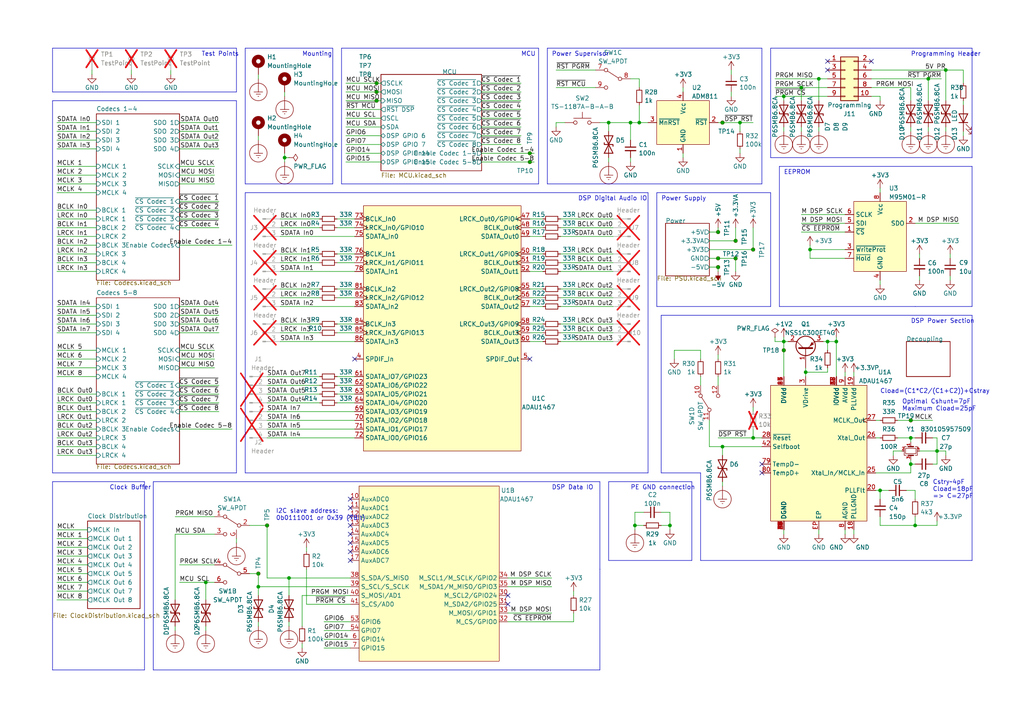
<source format=kicad_sch>
(kicad_sch (version 20230121) (generator eeschema)
  (paper "A4")
  (title_block (title "SmallDSP Maxi") (date "2023-11-10") (rev "1.0") (company "Till Heuer"))
  (junction (at 232.41 25.4))
  (junction (at 271.78 130.81))
  (junction (at 214.63 35.56))
  (junction (at 185.42 35.56))
  (junction (at 264.16 121.92))
  (junction (at 176.53 35.56))
  (junction (at 213.36 74.93))
  (junction (at 153.67 46.99))
  (junction (at 208.28 67.31))
  (junction (at 208.28 77.47))
  (junction (at 240.03 99.06))
  (junction (at 59.69 168.91))
  (junction (at 109.22 24.13))
  (junction (at 82.55 45.72))
  (junction (at 218.44 127))
  (junction (at 264.16 127))
  (junction (at 184.15 152.4))
  (junction (at 213.36 69.85))
  (junction (at 109.22 26.67))
  (junction (at 274.32 20.32))
  (junction (at 218.44 72.39))
  (junction (at 74.93 170.18))
  (junction (at 194.31 152.4))
  (junction (at 208.28 74.93))
  (junction (at 153.67 44.45))
  (junction (at 264.16 134.62))
  (junction (at 237.49 22.86))
  (junction (at 227.33 27.94))
  (junction (at 77.47 152.4))
  (junction (at 74.93 166.37))
  (junction (at 227.33 99.06))
  (junction (at 182.88 35.56))
  (junction (at 269.24 22.86))
  (junction (at 227.33 101.6))
  (junction (at 209.55 35.56))
  (junction (at 234.95 72.39))
  (junction (at 265.43 152.4))
  (junction (at 242.57 99.06))
  (junction (at 109.22 29.21))
  (junction (at 83.82 167.64))
  (junction (at 255.27 142.24))
  (junction (at 209.55 129.54))
  (junction (at 233.68 107.95))
  (no_connect (at 101.6 162.56))
  (no_connect (at 101.6 154.94))
  (no_connect (at 101.6 147.32))
  (no_connect (at 101.6 152.4))
  (no_connect (at 220.98 137.16))
  (no_connect (at 147.32 175.26))
  (no_connect (at 153.67 104.14))
  (no_connect (at 101.6 157.48))
  (no_connect (at 240.03 20.32))
  (no_connect (at 240.03 17.78))
  (no_connect (at 102.87 104.14))
  (no_connect (at 101.6 160.02))
  (no_connect (at 147.32 172.72))
  (no_connect (at 220.98 134.62))
  (no_connect (at 252.73 17.78))
  (no_connect (at 101.6 144.78))
  (no_connect (at 101.6 149.86))
  (wire (pts (xy 52.07 58.42) (xy 63.5 58.42)))
  (polyline (pts (xy 99.06 53.34) (xy 99.06 13.97)))
  (wire (pts (xy 16.51 127) (xy 27.94 127)))
  (polyline (pts (xy 191.77 137.16) (xy 203.2 137.16)))
  (wire (pts (xy 218.44 127) (xy 220.98 127)))
  (wire (pts (xy 82.55 27.94) (xy 82.55 26.67)))
  (wire (pts (xy 252.73 25.4) (xy 264.16 25.4)))
  (polyline (pts (xy 173.99 139.7) (xy 173.99 165.1)))
  (wire (pts (xy 227.33 36.83) (xy 227.33 38.1)))
  (wire (pts (xy 16.51 163.83) (xy 25.4 163.83)))
  (wire (pts (xy 16.51 171.45) (xy 25.4 171.45)))
  (wire (pts (xy 16.51 106.68) (xy 27.94 106.68)))
  (wire (pts (xy 52.07 104.14) (xy 62.23 104.14)))
  (polyline (pts (xy 203.2 162.56) (xy 281.94 162.56)))
  (polyline (pts (xy 15.24 13.97) (xy 15.24 26.67)))
  (wire (pts (xy 97.79 83.82) (xy 102.87 83.82)))
  (wire (pts (xy 271.78 152.4) (xy 265.43 152.4)))
  (wire (pts (xy 26.67 20.32) (xy 26.67 21.59)))
  (wire (pts (xy 209.55 129.54) (xy 209.55 132.08)))
  (wire (pts (xy 50.8 181.61) (xy 50.8 182.88)))
  (wire (pts (xy 74.93 170.18) (xy 74.93 166.37)))
  (wire (pts (xy 81.28 68.58) (xy 102.87 68.58)))
  (wire (pts (xy 87.63 181.61) (xy 87.63 172.72)))
  (wire (pts (xy 153.67 83.82) (xy 157.48 83.82)))
  (polyline (pts (xy 281.94 88.9) (xy 281.94 48.26)))
  (wire (pts (xy 212.09 26.67) (xy 212.09 27.94)))
  (wire (pts (xy 224.79 22.86) (xy 237.49 22.86)))
  (wire (pts (xy 185.42 35.56) (xy 187.96 35.56)))
  (wire (pts (xy 77.47 111.76) (xy 92.71 111.76)))
  (wire (pts (xy 81.28 63.5) (xy 92.71 63.5)))
  (wire (pts (xy 247.65 153.67) (xy 247.65 154.94)))
  (wire (pts (xy 266.7 73.66) (xy 266.7 74.93)))
  (wire (pts (xy 109.22 24.13) (xy 100.33 24.13)))
  (wire (pts (xy 240.03 27.94) (xy 227.33 27.94)))
  (wire (pts (xy 77.47 119.38) (xy 102.87 119.38)))
  (wire (pts (xy 52.07 53.34) (xy 62.23 53.34)))
  (wire (pts (xy 139.7 24.13) (xy 151.13 24.13)))
  (wire (pts (xy 52.07 163.83) (xy 62.23 163.83)))
  (wire (pts (xy 16.51 38.1) (xy 27.94 38.1)))
  (wire (pts (xy 16.51 119.38) (xy 27.94 119.38)))
  (wire (pts (xy 82.55 45.72) (xy 82.55 44.45)))
  (wire (pts (xy 97.79 73.66) (xy 102.87 73.66)))
  (wire (pts (xy 245.11 107.95) (xy 245.11 109.22)))
  (wire (pts (xy 185.42 30.48) (xy 185.42 35.56)))
  (wire (pts (xy 162.56 83.82) (xy 177.8 83.82)))
  (wire (pts (xy 82.55 45.72) (xy 83.82 45.72)))
  (polyline (pts (xy 41.91 194.31) (xy 41.91 139.7)))
  (wire (pts (xy 227.33 97.79) (xy 227.33 99.06)))
  (wire (pts (xy 195.58 101.6) (xy 203.2 101.6)))
  (wire (pts (xy 234.95 72.39) (xy 245.11 72.39)))
  (wire (pts (xy 52.07 96.52) (xy 63.5 96.52)))
  (wire (pts (xy 205.74 67.31) (xy 208.28 67.31)))
  (wire (pts (xy 77.47 152.4) (xy 72.39 152.4)))
  (wire (pts (xy 52.07 93.98) (xy 63.5 93.98)))
  (wire (pts (xy 184.15 148.59) (xy 184.15 152.4)))
  (wire (pts (xy 232.41 25.4) (xy 240.03 25.4)))
  (wire (pts (xy 252.73 22.86) (xy 269.24 22.86)))
  (polyline (pts (xy 223.52 45.72) (xy 281.94 45.72)))
  (wire (pts (xy 83.82 167.64) (xy 101.6 167.64)))
  (wire (pts (xy 77.47 167.64) (xy 83.82 167.64)))
  (wire (pts (xy 16.51 93.98) (xy 27.94 93.98)))
  (polyline (pts (xy 176.53 139.7) (xy 200.66 139.7)))
  (wire (pts (xy 59.69 181.61) (xy 59.69 182.88)))
  (polyline (pts (xy 156.21 13.97) (xy 156.21 53.34)))
  (wire (pts (xy 242.57 97.79) (xy 242.57 99.06)))
  (wire (pts (xy 162.56 88.9) (xy 177.8 88.9)))
  (wire (pts (xy 162.56 68.58) (xy 177.8 68.58)))
  (wire (pts (xy 166.37 177.8) (xy 166.37 180.34)))
  (wire (pts (xy 233.68 107.95) (xy 233.68 109.22)))
  (wire (pts (xy 161.29 35.56) (xy 161.29 36.83)))
  (wire (pts (xy 270.51 121.92) (xy 264.16 121.92)))
  (wire (pts (xy 172.72 20.32) (xy 161.29 20.32)))
  (wire (pts (xy 198.12 25.4) (xy 198.12 26.67)))
  (wire (pts (xy 16.51 76.2) (xy 27.94 76.2)))
  (wire (pts (xy 264.16 134.62) (xy 264.16 137.16)))
  (wire (pts (xy 100.33 41.91) (xy 110.49 41.91)))
  (wire (pts (xy 52.07 91.44) (xy 63.5 91.44)))
  (polyline (pts (xy 15.24 26.67) (xy 68.58 26.67)))
  (wire (pts (xy 271.78 130.81) (xy 274.32 130.81)))
  (wire (pts (xy 264.16 25.4) (xy 264.16 29.21)))
  (wire (pts (xy 153.67 86.36) (xy 157.48 86.36)))
  (wire (pts (xy 147.32 177.8) (xy 160.02 177.8)))
  (wire (pts (xy 16.51 50.8) (xy 27.94 50.8)))
  (wire (pts (xy 264.16 128.27) (xy 264.16 127)))
  (wire (pts (xy 153.67 44.45) (xy 154.94 44.45)))
  (wire (pts (xy 77.47 109.22) (xy 92.71 109.22)))
  (wire (pts (xy 74.93 170.18) (xy 74.93 172.72)))
  (wire (pts (xy 205.74 129.54) (xy 209.55 129.54)))
  (wire (pts (xy 185.42 25.4) (xy 185.42 22.86)))
  (wire (pts (xy 97.79 109.22) (xy 102.87 109.22)))
  (wire (pts (xy 49.53 20.32) (xy 49.53 21.59)))
  (wire (pts (xy 139.7 41.91) (xy 151.13 41.91)))
  (wire (pts (xy 16.51 73.66) (xy 27.94 73.66)))
  (wire (pts (xy 52.07 60.96) (xy 63.5 60.96)))
  (wire (pts (xy 274.32 20.32) (xy 279.4 20.32)))
  (wire (pts (xy 255.27 149.86) (xy 255.27 152.4)))
  (wire (pts (xy 83.82 180.34) (xy 83.82 181.61)))
  (wire (pts (xy 255.27 152.4) (xy 265.43 152.4)))
  (wire (pts (xy 212.09 20.32) (xy 212.09 21.59)))
  (wire (pts (xy 97.79 93.98) (xy 102.87 93.98)))
  (wire (pts (xy 233.68 107.95) (xy 240.03 107.95)))
  (wire (pts (xy 254 127) (xy 255.27 127)))
  (wire (pts (xy 224.79 27.94) (xy 227.33 27.94)))
  (polyline (pts (xy 158.75 53.34) (xy 220.98 53.34)))
  (wire (pts (xy 161.29 35.56) (xy 163.83 35.56)))
  (wire (pts (xy 16.51 53.34) (xy 27.94 53.34)))
  (wire (pts (xy 186.69 152.4) (xy 184.15 152.4)))
  (wire (pts (xy 50.8 154.94) (xy 50.8 173.99)))
  (wire (pts (xy 16.51 78.74) (xy 27.94 78.74)))
  (wire (pts (xy 81.28 66.04) (xy 92.71 66.04)))
  (wire (pts (xy 264.16 127) (xy 260.35 127)))
  (wire (pts (xy 81.28 83.82) (xy 92.71 83.82)))
  (wire (pts (xy 52.07 119.38) (xy 63.5 119.38)))
  (wire (pts (xy 234.95 74.93) (xy 234.95 72.39)))
  (wire (pts (xy 265.43 64.77) (xy 278.13 64.77)))
  (wire (pts (xy 227.33 153.67) (xy 227.33 154.94)))
  (wire (pts (xy 101.6 175.26) (xy 88.9 175.26)))
  (wire (pts (xy 264.16 137.16) (xy 254 137.16)))
  (wire (pts (xy 182.88 35.56) (xy 182.88 40.64)))
  (wire (pts (xy 100.33 46.99) (xy 110.49 46.99)))
  (wire (pts (xy 16.51 96.52) (xy 27.94 96.52)))
  (polyline (pts (xy 281.94 45.72) (xy 281.94 13.97)))
  (wire (pts (xy 52.07 50.8) (xy 62.23 50.8)))
  (wire (pts (xy 74.93 166.37) (xy 72.39 166.37)))
  (wire (pts (xy 265.43 152.4) (xy 265.43 149.86)))
  (polyline (pts (xy 281.94 13.97) (xy 223.52 13.97)))
  (wire (pts (xy 59.69 168.91) (xy 62.23 168.91)))
  (wire (pts (xy 271.78 151.13) (xy 271.78 152.4)))
  (wire (pts (xy 184.15 152.4) (xy 184.15 153.67)))
  (wire (pts (xy 214.63 35.56) (xy 214.63 38.1)))
  (wire (pts (xy 227.33 27.94) (xy 227.33 29.21)))
  (wire (pts (xy 74.93 40.64) (xy 74.93 39.37)))
  (wire (pts (xy 162.56 76.2) (xy 177.8 76.2)))
  (wire (pts (xy 218.44 124.46) (xy 218.44 127)))
  (wire (pts (xy 208.28 127) (xy 218.44 127)))
  (wire (pts (xy 208.28 109.22) (xy 208.28 111.76)))
  (wire (pts (xy 162.56 78.74) (xy 177.8 78.74)))
  (polyline (pts (xy 156.21 53.34) (xy 99.06 53.34)))
  (wire (pts (xy 16.51 66.04) (xy 27.94 66.04)))
  (wire (pts (xy 77.47 121.92) (xy 102.87 121.92)))
  (wire (pts (xy 153.67 93.98) (xy 157.48 93.98)))
  (polyline (pts (xy 96.52 13.97) (xy 96.52 53.34)))
  (wire (pts (xy 162.56 63.5) (xy 177.8 63.5)))
  (wire (pts (xy 176.53 35.56) (xy 176.53 38.1)))
  (polyline (pts (xy 44.45 139.7) (xy 173.99 139.7)))
  (wire (pts (xy 237.49 22.86) (xy 240.03 22.86)))
  (polyline (pts (xy 220.98 13.97) (xy 158.75 13.97)))
  (wire (pts (xy 52.07 48.26) (xy 62.23 48.26)))
  (wire (pts (xy 147.32 180.34) (xy 166.37 180.34)))
  (wire (pts (xy 52.07 63.5) (xy 63.5 63.5)))
  (wire (pts (xy 182.88 22.86) (xy 185.42 22.86)))
  (polyline (pts (xy 223.52 88.9) (xy 190.5 88.9)))
  (wire (pts (xy 237.49 153.67) (xy 237.49 154.94)))
  (wire (pts (xy 68.58 157.48) (xy 68.58 156.21)))
  (wire (pts (xy 240.03 99.06) (xy 242.57 99.06)))
  (wire (pts (xy 16.51 40.64) (xy 27.94 40.64)))
  (wire (pts (xy 16.51 173.99) (xy 25.4 173.99)))
  (wire (pts (xy 279.4 38.1) (xy 279.4 39.37)))
  (wire (pts (xy 97.79 66.04) (xy 102.87 66.04)))
  (wire (pts (xy 182.88 35.56) (xy 185.42 35.56)))
  (wire (pts (xy 195.58 101.6) (xy 195.58 104.14)))
  (wire (pts (xy 218.44 35.56) (xy 214.63 35.56)))
  (wire (pts (xy 153.67 66.04) (xy 157.48 66.04)))
  (wire (pts (xy 237.49 22.86) (xy 237.49 29.21)))
  (wire (pts (xy 16.51 158.75) (xy 25.4 158.75)))
  (wire (pts (xy 262.89 142.24) (xy 265.43 142.24)))
  (polyline (pts (xy 15.24 139.7) (xy 15.24 194.31)))
  (wire (pts (xy 110.49 26.67) (xy 109.22 26.67)))
  (wire (pts (xy 162.56 86.36) (xy 177.8 86.36)))
  (wire (pts (xy 203.2 101.6) (xy 203.2 104.14)))
  (wire (pts (xy 139.7 36.83) (xy 151.13 36.83)))
  (wire (pts (xy 270.51 134.62) (xy 271.78 134.62)))
  (wire (pts (xy 255.27 81.28) (xy 255.27 82.55)))
  (wire (pts (xy 52.07 111.76) (xy 63.5 111.76)))
  (polyline (pts (xy 173.99 194.31) (xy 44.45 194.31)))
  (wire (pts (xy 93.98 187.96) (xy 101.6 187.96)))
  (wire (pts (xy 52.07 35.56) (xy 63.5 35.56)))
  (wire (pts (xy 50.8 149.86) (xy 62.23 149.86)))
  (wire (pts (xy 52.07 66.04) (xy 63.5 66.04)))
  (wire (pts (xy 97.79 63.5) (xy 102.87 63.5)))
  (wire (pts (xy 245.11 74.93) (xy 234.95 74.93)))
  (wire (pts (xy 257.81 142.24) (xy 255.27 142.24)))
  (wire (pts (xy 213.36 66.04) (xy 213.36 69.85)))
  (wire (pts (xy 52.07 101.6) (xy 62.23 101.6)))
  (wire (pts (xy 16.51 132.08) (xy 27.94 132.08)))
  (wire (pts (xy 38.1 20.32) (xy 38.1 21.59)))
  (polyline (pts (xy 15.24 29.21) (xy 15.24 137.16)))
  (wire (pts (xy 162.56 99.06) (xy 177.8 99.06)))
  (wire (pts (xy 224.79 99.06) (xy 227.33 99.06)))
  (wire (pts (xy 240.03 107.95) (xy 240.03 106.68)))
  (wire (pts (xy 274.32 36.83) (xy 274.32 38.1)))
  (wire (pts (xy 16.51 48.26) (xy 27.94 48.26)))
  (wire (pts (xy 153.67 76.2) (xy 157.48 76.2)))
  (wire (pts (xy 77.47 127) (xy 102.87 127)))
  (wire (pts (xy 52.07 114.3) (xy 63.5 114.3)))
  (wire (pts (xy 59.69 168.91) (xy 59.69 173.99)))
  (wire (pts (xy 88.9 158.75) (xy 88.9 160.02)))
  (wire (pts (xy 208.28 104.14) (xy 208.28 102.87)))
  (polyline (pts (xy 71.12 137.16) (xy 187.96 137.16)))
  (wire (pts (xy 97.79 96.52) (xy 102.87 96.52)))
  (wire (pts (xy 214.63 35.56) (xy 209.55 35.56)))
  (wire (pts (xy 153.67 73.66) (xy 157.48 73.66)))
  (polyline (pts (xy 96.52 13.97) (xy 71.12 13.97)))
  (wire (pts (xy 166.37 171.45) (xy 166.37 172.72)))
  (wire (pts (xy 198.12 44.45) (xy 198.12 45.72)))
  (wire (pts (xy 153.67 68.58) (xy 157.48 68.58)))
  (wire (pts (xy 109.22 29.21) (xy 100.33 29.21)))
  (wire (pts (xy 259.08 130.81) (xy 259.08 132.08)))
  (wire (pts (xy 255.27 142.24) (xy 255.27 144.78)))
  (wire (pts (xy 218.44 118.11) (xy 218.44 119.38)))
  (wire (pts (xy 52.07 124.46) (xy 67.31 124.46)))
  (polyline (pts (xy 187.96 55.88) (xy 71.12 55.88)))
  (polyline (pts (xy 68.58 29.21) (xy 15.24 29.21)))
  (wire (pts (xy 213.36 74.93) (xy 213.36 78.74)))
  (polyline (pts (xy 190.5 88.9) (xy 190.5 55.88)))
  (wire (pts (xy 93.98 180.34) (xy 101.6 180.34)))
  (wire (pts (xy 16.51 68.58) (xy 27.94 68.58)))
  (wire (pts (xy 153.67 63.5) (xy 157.48 63.5)))
  (wire (pts (xy 186.69 148.59) (xy 184.15 148.59)))
  (polyline (pts (xy 203.2 137.16) (xy 203.2 162.56)))
  (polyline (pts (xy 41.91 139.7) (xy 15.24 139.7)))
  (wire (pts (xy 274.32 20.32) (xy 274.32 29.21)))
  (wire (pts (xy 100.33 39.37) (xy 110.49 39.37)))
  (wire (pts (xy 266.7 80.01) (xy 266.7 81.28)))
  (wire (pts (xy 208.28 74.93) (xy 213.36 74.93)))
  (wire (pts (xy 255.27 29.21) (xy 255.27 27.94)))
  (wire (pts (xy 16.51 109.22) (xy 27.94 109.22)))
  (polyline (pts (xy 15.24 13.97) (xy 68.58 13.97)))
  (wire (pts (xy 81.28 96.52) (xy 92.71 96.52)))
  (polyline (pts (xy 190.5 55.88) (xy 223.52 55.88)))
  (polyline (pts (xy 281.94 162.56) (xy 281.94 91.44)))
  (wire (pts (xy 153.67 78.74) (xy 157.48 78.74)))
  (wire (pts (xy 214.63 43.18) (xy 214.63 44.45)))
  (wire (pts (xy 205.74 72.39) (xy 218.44 72.39)))
  (polyline (pts (xy 200.66 162.56) (xy 176.53 162.56)))
  (wire (pts (xy 139.7 29.21) (xy 151.13 29.21)))
  (wire (pts (xy 16.51 63.5) (xy 27.94 63.5)))
  (wire (pts (xy 176.53 45.72) (xy 176.53 46.99)))
  (wire (pts (xy 232.41 36.83) (xy 232.41 38.1)))
  (wire (pts (xy 81.28 86.36) (xy 92.71 86.36)))
  (wire (pts (xy 261.62 130.81) (xy 259.08 130.81)))
  (wire (pts (xy 252.73 20.32) (xy 274.32 20.32)))
  (wire (pts (xy 264.16 134.62) (xy 265.43 134.62)))
  (wire (pts (xy 232.41 25.4) (xy 232.41 29.21)))
  (wire (pts (xy 81.28 73.66) (xy 92.71 73.66)))
  (wire (pts (xy 205.74 121.92) (xy 205.74 129.54)))
  (wire (pts (xy 74.93 22.86) (xy 74.93 21.59)))
  (wire (pts (xy 232.41 64.77) (xy 245.11 64.77)))
  (polyline (pts (xy 200.66 139.7) (xy 200.66 162.56)))
  (wire (pts (xy 208.28 77.47) (xy 205.74 77.47)))
  (wire (pts (xy 109.22 26.67) (xy 100.33 26.67)))
  (wire (pts (xy 52.07 88.9) (xy 63.5 88.9)))
  (wire (pts (xy 52.07 38.1) (xy 63.5 38.1)))
  (wire (pts (xy 227.33 99.06) (xy 227.33 101.6)))
  (wire (pts (xy 275.59 80.01) (xy 275.59 81.28)))
  (polyline (pts (xy 176.53 162.56) (xy 176.53 139.7)))
  (wire (pts (xy 16.51 55.88) (xy 27.94 55.88)))
  (wire (pts (xy 139.7 46.99) (xy 153.67 46.99)))
  (wire (pts (xy 237.49 36.83) (xy 237.49 38.1)))
  (wire (pts (xy 77.47 114.3) (xy 92.71 114.3)))
  (wire (pts (xy 81.28 88.9) (xy 102.87 88.9)))
  (wire (pts (xy 227.33 101.6) (xy 227.33 109.22)))
  (wire (pts (xy 275.59 73.66) (xy 275.59 74.93)))
  (wire (pts (xy 16.51 104.14) (xy 27.94 104.14)))
  (polyline (pts (xy 71.12 55.88) (xy 71.12 137.16)))
  (wire (pts (xy 162.56 93.98) (xy 177.8 93.98)))
  (wire (pts (xy 279.4 20.32) (xy 279.4 24.13)))
  (wire (pts (xy 110.49 29.21) (xy 109.22 29.21)))
  (polyline (pts (xy 15.24 194.31) (xy 41.91 194.31)))
  (wire (pts (xy 16.51 124.46) (xy 27.94 124.46)))
  (polyline (pts (xy 44.45 194.31) (xy 44.45 139.7)))
  (polyline (pts (xy 99.06 13.97) (xy 156.21 13.97)))
  (wire (pts (xy 16.51 168.91) (xy 25.4 168.91)))
  (wire (pts (xy 100.33 34.29) (xy 110.49 34.29)))
  (wire (pts (xy 209.55 129.54) (xy 220.98 129.54)))
  (wire (pts (xy 147.32 170.18) (xy 160.02 170.18)))
  (wire (pts (xy 209.55 35.56) (xy 208.28 35.56)))
  (wire (pts (xy 254 142.24) (xy 255.27 142.24)))
  (wire (pts (xy 242.57 99.06) (xy 242.57 109.22)))
  (wire (pts (xy 153.67 88.9) (xy 157.48 88.9)))
  (wire (pts (xy 16.51 101.6) (xy 27.94 101.6)))
  (wire (pts (xy 255.27 54.61) (xy 255.27 55.88)))
  (wire (pts (xy 74.93 180.34) (xy 74.93 181.61)))
  (wire (pts (xy 50.8 154.94) (xy 62.23 154.94)))
  (wire (pts (xy 224.79 25.4) (xy 232.41 25.4)))
  (wire (pts (xy 147.32 167.64) (xy 160.02 167.64)))
  (wire (pts (xy 139.7 39.37) (xy 151.13 39.37)))
  (wire (pts (xy 139.7 44.45) (xy 153.67 44.45)))
  (wire (pts (xy 77.47 167.64) (xy 77.47 152.4)))
  (wire (pts (xy 77.47 116.84) (xy 92.71 116.84)))
  (polyline (pts (xy 68.58 137.16) (xy 68.58 29.21)))
  (wire (pts (xy 88.9 165.1) (xy 88.9 175.26)))
  (wire (pts (xy 16.51 153.67) (xy 25.4 153.67)))
  (wire (pts (xy 153.67 99.06) (xy 157.48 99.06)))
  (wire (pts (xy 274.32 130.81) (xy 274.32 132.08)))
  (wire (pts (xy 191.77 148.59) (xy 194.31 148.59)))
  (wire (pts (xy 252.73 27.94) (xy 255.27 27.94)))
  (wire (pts (xy 83.82 167.64) (xy 83.82 172.72)))
  (wire (pts (xy 162.56 96.52) (xy 177.8 96.52)))
  (polyline (pts (xy 223.52 13.97) (xy 223.52 45.72)))
  (wire (pts (xy 16.51 121.92) (xy 27.94 121.92)))
  (wire (pts (xy 245.11 153.67) (xy 245.11 154.94)))
  (wire (pts (xy 264.16 127) (xy 265.43 127)))
  (wire (pts (xy 271.78 127) (xy 271.78 130.81)))
  (wire (pts (xy 213.36 69.85) (xy 205.74 69.85)))
  (wire (pts (xy 16.51 166.37) (xy 25.4 166.37)))
  (wire (pts (xy 269.24 22.86) (xy 273.05 22.86)))
  (wire (pts (xy 162.56 73.66) (xy 177.8 73.66)))
  (wire (pts (xy 139.7 26.67) (xy 151.13 26.67)))
  (wire (pts (xy 240.03 99.06) (xy 240.03 101.6)))
  (wire (pts (xy 279.4 29.21) (xy 279.4 30.48)))
  (polyline (pts (xy 68.58 26.67) (xy 68.58 13.97)))
  (wire (pts (xy 139.7 34.29) (xy 151.13 34.29)))
  (wire (pts (xy 100.33 31.75) (xy 110.49 31.75)))
  (wire (pts (xy 233.68 106.68) (xy 233.68 107.95)))
  (polyline (pts (xy 281.94 91.44) (xy 191.77 91.44)))
  (wire (pts (xy 97.79 116.84) (xy 102.87 116.84)))
  (wire (pts (xy 194.31 152.4) (xy 191.77 152.4)))
  (wire (pts (xy 52.07 106.68) (xy 62.23 106.68)))
  (wire (pts (xy 16.51 35.56) (xy 27.94 35.56)))
  (wire (pts (xy 52.07 43.18) (xy 63.5 43.18)))
  (polyline (pts (xy 281.94 48.26) (xy 226.06 48.26)))
  (wire (pts (xy 100.33 44.45) (xy 110.49 44.45)))
  (wire (pts (xy 269.24 22.86) (xy 269.24 29.21)))
  (wire (pts (xy 208.28 78.74) (xy 208.28 77.47)))
  (polyline (pts (xy 15.24 137.16) (xy 68.58 137.16)))
  (wire (pts (xy 16.51 88.9) (xy 27.94 88.9)))
  (wire (pts (xy 16.51 129.54) (xy 27.94 129.54)))
  (polyline (pts (xy 220.98 13.97) (xy 220.98 53.34)))
  (polyline (pts (xy 226.06 48.26) (xy 226.06 88.9)))
  (wire (pts (xy 97.79 111.76) (xy 102.87 111.76)))
  (wire (pts (xy 228.6 99.06) (xy 227.33 99.06)))
  (wire (pts (xy 162.56 66.04) (xy 177.8 66.04)))
  (wire (pts (xy 194.31 148.59) (xy 194.31 152.4)))
  (wire (pts (xy 139.7 31.75) (xy 151.13 31.75)))
  (wire (pts (xy 205.74 74.93) (xy 208.28 74.93)))
  (wire (pts (xy 97.79 86.36) (xy 102.87 86.36)))
  (wire (pts (xy 93.98 182.88) (xy 101.6 182.88)))
  (wire (pts (xy 173.99 35.56) (xy 176.53 35.56)))
  (wire (pts (xy 16.51 71.12) (xy 27.94 71.12)))
  (wire (pts (xy 161.29 25.4) (xy 172.72 25.4)))
  (polyline (pts (xy 71.12 13.97) (xy 71.12 53.34)))
  (wire (pts (xy 16.51 91.44) (xy 27.94 91.44)))
  (wire (pts (xy 224.79 97.79) (xy 224.79 99.06)))
  (wire (pts (xy 81.28 99.06) (xy 102.87 99.06)))
  (wire (pts (xy 209.55 139.7) (xy 209.55 140.97)))
  (wire (pts (xy 52.07 40.64) (xy 63.5 40.64)))
  (wire (pts (xy 153.67 96.52) (xy 157.48 96.52)))
  (polyline (pts (xy 187.96 137.16) (xy 187.96 55.88)))
  (polyline (pts (xy 71.12 53.34) (xy 96.52 53.34)))
  (wire (pts (xy 176.53 35.56) (xy 182.88 35.56)))
  (wire (pts (xy 238.76 99.06) (xy 240.03 99.06)))
  (polyline (pts (xy 265.43 88.9) (xy 281.94 88.9)))
  (wire (pts (xy 232.41 67.31) (xy 245.11 67.31)))
  (wire (pts (xy 16.51 114.3) (xy 27.94 114.3)))
  (wire (pts (xy 194.31 153.67) (xy 194.31 152.4)))
  (wire (pts (xy 247.65 107.95) (xy 247.65 109.22)))
  (wire (pts (xy 16.51 43.18) (xy 27.94 43.18)))
  (polyline (pts (xy 173.99 165.1) (xy 173.99 194.31)))
  (wire (pts (xy 81.28 76.2) (xy 92.71 76.2)))
  (polyline (pts (xy 223.52 55.88) (xy 223.52 88.9)))
  (wire (pts (xy 266.7 130.81) (xy 271.78 130.81)))
  (wire (pts (xy 234.95 71.12) (xy 234.95 72.39)))
  (wire (pts (xy 254 121.92) (xy 255.27 121.92)))
  (wire (pts (xy 153.67 46.99) (xy 154.94 46.99)))
  (wire (pts (xy 270.51 127) (xy 271.78 127)))
  (polyline (pts (xy 191.77 91.44) (xy 191.77 137.16)))
  (wire (pts (xy 97.79 114.3) (xy 102.87 114.3)))
  (wire (pts (xy 16.51 156.21) (xy 25.4 156.21)))
  (wire (pts (xy 271.78 130.81) (xy 271.78 134.62)))
  (wire (pts (xy 82.55 46.99) (xy 82.55 45.72)))
  (wire (pts (xy 232.41 62.23) (xy 245.11 62.23)))
  (polyline (pts (xy 158.75 13.97) (xy 158.75 53.34)))
  (wire (pts (xy 269.24 36.83) (xy 269.24 38.1)))
  (wire (pts (xy 264.16 133.35) (xy 264.16 134.62)))
  (wire (pts (xy 218.44 66.04) (xy 218.44 72.39)))
  (wire (pts (xy 93.98 185.42) (xy 101.6 185.42)))
  (wire (pts (xy 16.51 116.84) (xy 27.94 116.84)))
  (wire (pts (xy 77.47 124.46) (xy 102.87 124.46)))
  (wire (pts (xy 81.28 93.98) (xy 92.71 93.98)))
  (wire (pts (xy 16.51 161.29) (xy 25.4 161.29)))
  (polyline (pts (xy 226.06 88.9) (xy 265.43 88.9)))
  (wire (pts (xy 52.07 116.84) (xy 63.5 116.84)))
  (wire (pts (xy 265.43 142.24) (xy 265.43 144.78)))
  (wire (pts (xy 264.16 36.83) (xy 264.16 38.1)))
  (wire (pts (xy 110.49 24.13) (xy 109.22 24.13)))
  (wire (pts (xy 182.88 45.72) (xy 182.88 46.99)))
  (wire (pts (xy 81.28 78.74) (xy 102.87 78.74)))
  (wire (pts (xy 87.63 172.72) (xy 101.6 172.72)))
  (wire (pts (xy 260.35 121.92) (xy 264.16 121.92)))
  (wire (pts (xy 208.28 66.04) (xy 208.28 67.31)))
  (wire (pts (xy 87.63 186.69) (xy 87.63 187.96)))
  (wire (pts (xy 100.33 36.83) (xy 110.49 36.83)))
  (wire (pts (xy 52.07 71.12) (xy 67.31 71.12)))
  (polyline (pts (xy 173.99 165.1) (xy 173.99 165.1)))
  (wire (pts (xy 52.07 168.91) (xy 59.69 168.91)))
  (wire (pts (xy 203.2 109.22) (xy 203.2 111.76)))
  (wire (pts (xy 16.51 60.96) (xy 27.94 60.96)))
  (wire (pts (xy 97.79 76.2) (xy 102.87 76.2)))
  (wire (pts (xy 74.93 170.18) (xy 101.6 170.18)))
  (text "DSP Data IO" (at 160.02 142.24 0) (effects (font (size 1.27 1.27)) (justify left bottom)))
  (text "I2C slave address:\n0b0111001 or 0x39 (7Bit)" (at 80.01 151.13 0) (effects (font (size 1.27 1.27)) (justify left bottom)))
  (text "EEPROM" (at 227.33 50.8 0) (effects (font (size 1.27 1.27)) (justify left bottom)))
  (text "Mounting" (at 87.63 16.51 0) (effects (font (size 1.27 1.27)) (justify left bottom)))
  (text "DSP Digital Audio IO" (at 167.64 58.42 0) (effects (font (size 1.27 1.27)) (justify left bottom)))
  (text "PE GND connection" (at 182.88 142.24 0) (effects (font (size 1.27 1.27)) (justify left bottom)))
  (text "Power Supervisor" (at 160.02 16.51 0) (effects (font (size 1.27 1.27)) (justify left bottom)))
  (text "Power Supply" (at 191.77 58.42 0) (effects (font (size 1.27 1.27)) (justify left bottom)))
  (text "MCU" (at 151.13 16.51 0) (effects (font (size 1.27 1.27)) (justify left bottom)))
  (text "Cload=(C1*C2/(C1+C2))+Cstray" (at 255.27 114.3 0) (effects (font (size 1.27 1.27)) (justify left bottom)))
  (text "Programming Header" (at 264.16 16.51 0) (effects (font (size 1.27 1.27)) (justify left bottom)))
  (text "Optimal Cshunt=7pF\nMaximum Cload=25pF" (at 261.62 119.38 0) (effects (font (size 1.27 1.27)) (justify left bottom)))
  (text "Clock Buffer" (at 31.75 142.24 0) (effects (font (size 1.27 1.27)) (justify left bottom)))
  (text "DSP Power Section" (at 264.16 93.98 0) (effects (font (size 1.27 1.27)) (justify left bottom)))
  (text "Cstry~4pF\nCload=18pF\n=> C=27pF" (at 270.51 144.78 0) (effects (font (size 1.27 1.27)) (justify left bottom)))
  (text "Test Points" (at 58.42 16.51 0) (effects (font (size 1.27 1.27)) (justify left bottom)))
  (label "BCLK In2" (at 81.28 83.82 0))
  (label "BCLK Out1" (at 177.8 76.2 180))
  (label "PRGM MOSI" (at 254 25.4 0))
  (label "~{CS Codec 2}" (at 63.5 60.96 180))
  (label "SDATA Out5" (at 77.47 114.3 0))
  (label "BCLK Out1" (at 16.51 119.38 0))
  (label "MCU SCLK" (at 62.23 48.26 180))
  (label "BCLK In0" (at 16.51 60.96 0))
  (label "SDATA Out3" (at 177.8 99.06 180))
  (label "M DSP MOSI" (at 160.02 177.8 180))
  (label "~{CS Codec 8}" (at 63.5 119.38 180))
  (label "LRCK In1" (at 16.51 68.58 0))
  (label "~{PRGM CS}" (at 91.44 175.26 0))
  (label "PRGM MISO" (at 50.8 149.86 0))
  (label "M DSP MISO" (at 278.13 64.77 180))
  (label "~{CS Codec 4}" (at 151.13 31.75 180))
  (label "SDATA In3" (at 81.28 99.06 0))
  (label "LRCK In3" (at 16.51 78.74 0))
  (label "BCLK In3" (at 81.28 93.98 0))
  (label "SDATA Out7" (at 63.5 96.52 180))
  (label "MCLK 5" (at 16.51 166.37 0))
  (label "SDATA Out2" (at 63.5 40.64 180))
  (label "~{CS EEPROM}" (at 160.02 180.34 180))
  (label "BCLK Out2" (at 177.8 86.36 180))
  (label "GPIO15" (at 100.33 46.99 0))
  (label "LRCK In2" (at 81.28 86.36 0))
  (label "SDATA In6" (at 77.47 121.92 0))
  (label "MCU MOSI" (at 62.23 104.14 180))
  (label "SDATA Out5" (at 63.5 91.44 180))
  (label "SDATA In7" (at 77.47 119.38 0))
  (label "BCLK In3" (at 16.51 76.2 0))
  (label "~{CS Codec 1}" (at 63.5 58.42 180))
  (label "MCLK 7" (at 16.51 171.45 0))
  (label "LRCK Out3" (at 16.51 132.08 0))
  (label "M DSP MOSI" (at 232.41 64.77 0))
  (label "SDATA Out7" (at 77.47 109.22 0))
  (label "LRCK In0" (at 81.28 66.04 0))
  (label "LRCK In0" (at 16.51 63.5 0))
  (label "MCLK" (at 16.51 153.67 0))
  (label "~{CS Codec 1}" (at 151.13 24.13 180))
  (label "SDATA Out1" (at 177.8 78.74 180))
  (label "MCLK 5" (at 16.51 101.6 0))
  (label "LRCK Out3" (at 177.8 93.98 180))
  (label "LRCK In2" (at 16.51 73.66 0))
  (label "MCLK 2" (at 16.51 50.8 0))
  (label "BCLK In0" (at 81.28 63.5 0))
  (label "SDATA In4" (at 77.47 127 0))
  (label "~{RST MCU}" (at 161.29 25.4 0))
  (label "SDATA Out4" (at 63.5 88.9 180))
  (label "BCLK In1" (at 16.51 66.04 0))
  (label "M DSP MISO" (at 160.02 170.18 180))
  (label "~{CS Codec 4}" (at 63.5 66.04 180))
  (label "MCLK 1" (at 16.51 48.26 0))
  (label "~{CS Codec 3}" (at 63.5 63.5 180))
  (label "SDATA In1" (at 16.51 38.1 0))
  (label "MCLK 4" (at 16.51 163.83 0))
  (label "SDATA Out2" (at 177.8 88.9 180))
  (label "GPIO6" (at 93.98 180.34 0))
  (label "BCLK Out0" (at 177.8 66.04 180))
  (label "GPIO14" (at 93.98 185.42 0))
  (label "BCLK In2" (at 16.51 71.12 0))
  (label "SDATA Out3" (at 63.5 43.18 180))
  (label "GPIO15" (at 93.98 187.96 0))
  (label "Enable Codec 1-4" (at 154.94 44.45 180))
  (label "MCU MOSI" (at 62.23 50.8 180))
  (label "SDATA Out0" (at 63.5 35.56 180))
  (label "MCLK 7" (at 16.51 106.68 0))
  (label "~{RST PGRM}" (at 273.05 22.86 180))
  (label "MCLK 6" (at 16.51 168.91 0))
  (label "SDATA In0" (at 16.51 35.56 0))
  (label "GPIO6" (at 100.33 39.37 0))
  (label "MCU MOSI" (at 100.33 26.67 0))
  (label "MCLK" (at 270.51 121.92 180))
  (label "LRCK Out1" (at 177.8 73.66 180))
  (label "BCLK Out3" (at 177.8 96.52 180))
  (label "LRCK Out2" (at 177.8 83.82 180))
  (label "GPIO14" (at 100.33 44.45 0))
  (label "SDATA In2" (at 16.51 40.64 0))
  (label "MCU SCLK" (at 62.23 101.6 180))
  (label "LRCK Out2" (at 16.51 127 0))
  (label "BCLK In1" (at 81.28 73.66 0))
  (label "~{CS Codec 7}" (at 63.5 116.84 180))
  (label "MCU SCL" (at 52.07 168.91 0))
  (label "~{CS Codec 2}" (at 151.13 26.67 180))
  (label "5V PR" (at 274.32 20.32 180))
  (label "Enable Codec 5-8" (at 67.31 124.46 180))
  (label "MCU MISO" (at 62.23 106.68 180))
  (label "~{DSP RST}" (at 208.28 127 0))
  (label "~{CS Codec 3}" (at 151.13 29.21 180))
  (label "MCU SDA" (at 100.33 36.83 0))
  (label "~{RST PGRM}" (at 161.29 20.32 0))
  (label "~{RST MCU}" (at 100.33 31.75 0))
  (label "GPIO7" (at 100.33 41.91 0))
  (label "SDATA In3" (at 16.51 43.18 0))
  (label "BCLK Out2" (at 16.51 124.46 0))
  (label "PRGM MISO" (at 224.79 22.86 0))
  (label "~{PRGM CS}" (at 224.79 27.94 0))
  (label "SDATA Out1" (at 63.5 38.1 180))
  (label "LRCK Out1" (at 16.51 121.92 0))
  (label "MCLK 8" (at 16.51 109.22 0))
  (label "MCU SCLK" (at 100.33 24.13 0))
  (label "GPIO7" (at 93.98 182.88 0))
  (label "MCLK 2" (at 16.51 158.75 0))
  (label "PRGM MOSI" (at 90.17 172.72 0))
  (label "LRCK Out0" (at 16.51 116.84 0))
  (label "MCU MISO" (at 62.23 53.34 180))
  (label "Enable Codec 1-4" (at 67.31 71.12 180))
  (label "SDATA Out4" (at 77.47 116.84 0))
  (label "SDATA Out0" (at 177.8 68.58 180))
  (label "BCLK Out3" (at 16.51 129.54 0))
  (label "M DSP SCLK" (at 160.02 167.64 180))
  (label "SDATA In4" (at 16.51 88.9 0))
  (label "~{CS Codec 7}" (at 151.13 39.37 180))
  (label "BCLK Out0" (at 16.51 114.3 0))
  (label "SDATA In7" (at 16.51 96.52 0))
  (label "LRCK In3" (at 81.28 96.52 0))
  (label "~{CS Codec 8}" (at 151.13 41.91 180))
  (label "MCLK 6" (at 16.51 104.14 0))
  (label "~{CS EEPROM}" (at 232.41 67.31 0))
  (label "~{CS Codec 5}" (at 151.13 34.29 180))
  (label "MCU MISO" (at 100.33 29.21 0))
  (label "MCU SDA" (at 50.8 154.94 0))
  (label "MCLK 3" (at 16.51 161.29 0))
  (label "~{CS Codec 6}" (at 151.13 36.83 180))
  (label "MCLK 4" (at 16.51 55.88 0))
  (label "SDATA In5" (at 16.51 91.44 0))
  (label "SDATA In6" (at 16.51 93.98 0))
  (label "MCLK 8" (at 16.51 173.99 0))
  (label "MCU SCL" (at 100.33 34.29 0))
  (label "~{CS Codec 5}" (at 63.5 111.76 180))
  (label "Enable Codec 5-8" (at 154.94 46.99 180))
  (label "SDATA Out6" (at 77.47 111.76 0))
  (label "SDATA In5" (at 77.47 124.46 0))
  (label "SDATA Out6" (at 63.5 93.98 180))
  (label "~{CS Codec 6}" (at 63.5 114.3 180))
  (label "SDATA In0" (at 81.28 68.58 0))
  (label "SDATA In1" (at 81.28 78.74 0))
  (label "LRCK Out0" (at 177.8 63.5 180))
  (label "LRCK In1" (at 81.28 76.2 0))
  (label "MCLK 3" (at 16.51 53.34 0))
  (label "PRGM SCLK" (at 224.79 25.4 0))
  (label "PRGM SCLK" (at 52.07 163.83 0))
  (label "~{DSP RST}" (at 218.44 35.56 180))
  (label "M DSP SCLK" (at 232.41 62.23 0))
  (label "MCLK 1" (at 16.51 156.21 0))
  (label "SDATA In2" (at 81.28 88.9 0))
  (symbol (lib_id "Device:R_Small") (at 95.25 116.84 90) (unit 1)
    (property "Reference" "R14" (at 90.17 115.57 90))
    (property "Value" "33R" (at 100.33 115.57 90))
    (property "Footprint" "Resistor_SMD:R_0402_1005Metric" (effects hide))
    (property "Assembling" "X" (effects hide))
    (property "Manufacturer" "UNI-ROYAL(Uniroyal Elec)" (effects hide))
    (property "Part Number" "0402WGF330JTCE" (effects hide))
    (property "Rated Power" "62.5mW" (effects hide))
    (property "Tolerance" "1%" (effects hide))
    (property "LCSC Part #" "C25105" (effects hide))
  )
  (symbol (lib_id "Device:C_Small") (at 189.23 148.59 90) (unit 1)
    (property "Reference" "C2" (at 189.23 143.51 90))
    (property "Value" "100n" (at 189.23 146.05 90))
    (property "Footprint" "Capacitor_SMD:C_0402_1005Metric" (effects hide))
    (property "Dielectric" "X7R" (effects hide))
    (property "Notes" "-25%@10VDC" (effects hide))
    (property "Rated Voltage" "50V" (effects hide))
    (property "Assembling" "X" (effects hide))
    (property "Manufacturer" "Samsung Electro-Mechanics" (effects hide))
    (property "Part Number" "CL05B104KB54PNC" (effects hide))
    (property "Tolerance" "10%" (effects hide))
    (property "LCSC Part #" "C307331" (effects hide))
  )
  (symbol (lib_id "Device:R_Small") (at 160.02 63.5 90) (unit 1)
    (property "Reference" "R15" (at 156.21 62.23 90))
    (property "Value" "33R" (at 165.1 62.23 90))
    (property "Footprint" "Resistor_SMD:R_0402_1005Metric" (effects hide))
    (property "Assembling" "X" (effects hide))
    (property "Manufacturer" "UNI-ROYAL(Uniroyal Elec)" (effects hide))
    (property "Part Number" "0402WGF330JTCE" (effects hide))
    (property "Rated Power" "62.5mW" (effects hide))
    (property "Tolerance" "1%" (effects hide))
    (property "LCSC Part #" "C25105" (effects hide))
  )
  (symbol (lib_id "Device:R_Small") (at 160.02 68.58 90) (unit 1)
    (property "Reference" "R17" (at 156.21 67.31 90))
    (property "Value" "33R" (at 165.1 67.31 90))
    (property "Footprint" "Resistor_SMD:R_0402_1005Metric" (effects hide))
    (property "Assembling" "X" (effects hide))
    (property "Manufacturer" "UNI-ROYAL(Uniroyal Elec)" (effects hide))
    (property "Part Number" "0402WGF330JTCE" (effects hide))
    (property "Rated Power" "62.5mW" (effects hide))
    (property "Tolerance" "1%" (effects hide))
    (property "LCSC Part #" "C25105" (effects hide))
  )
  (symbol (lib_id "Device:R_Small") (at 95.25 93.98 90) (unit 1)
    (property "Reference" "R9" (at 91.44 92.71 90))
    (property "Value" "33R" (at 100.33 92.71 90))
    (property "Footprint" "Resistor_SMD:R_0402_1005Metric" (effects hide))
    (property "Assembling" "X" (effects hide))
    (property "Manufacturer" "UNI-ROYAL(Uniroyal Elec)" (effects hide))
    (property "Part Number" "0402WGF330JTCE" (effects hide))
    (property "Rated Power" "62.5mW" (effects hide))
    (property "Tolerance" "1%" (effects hide))
    (property "LCSC Part #" "C25105" (effects hide))
  )
  (symbol (lib_id "Device:C_Small") (at 260.35 142.24 90) (unit 1)
    (property "Reference" "C5" (at 260.35 139.7 90))
    (property "Value" "5n6" (at 260.35 144.78 90))
    (property "Footprint" "Capacitor_SMD:C_0603_1608Metric_Pad1.08x0.95mm_HandSolder" (effects hide))
    (property "Dielectric" "C0G" (effects hide))
    (property "Notes" "Also available in 0402" (effects hide))
    (property "Rated Voltage" "50V" (effects hide))
    (property "Manufacturer" "Murata Electronics" (effects hide))
    (property "Part Number" "GRM1885C1H562JA01D" (effects hide))
    (property "Tolerance" "5%" (effects hide))
    (property "LCSC Part #" "-" (effects hide))
  )
  (symbol (lib_id "Device:C_Small") (at 267.97 134.62 90) (mirror x) (unit 1)
    (property "Reference" "C8" (at 267.9763 140.3264 90))
    (property "Value" "27p" (at 267.9763 137.9022 90))
    (property "Footprint" "Capacitor_SMD:C_0402_1005Metric" (effects hide))
    (property "Dielectric" "C0G" (effects hide))
    (property "Rated Voltage" "50V" (effects hide))
    (property "Assembling" "X" (effects hide))
    (property "Manufacturer" "FH (Guangdong Fenghua Advanced Tech)" (effects hide))
    (property "Part Number" "0402CG270J500NT" (effects hide))
    (property "Tolerance" "5%" (effects hide))
    (property "LCSC Part #" "C1557" (effects hide))
  )
  (symbol (lib_id "power:PWR_FLAG") (at 83.82 45.72 270) (unit 1)
    (property "Reference" "#FLG01" (effects hide))
    (property "Value" "PWR_FLAG" (at 85.09 48.26 90) (effects (justify left)))
  )
  (symbol (lib_id "Connector:TestPoint_Small") (at 213.36 74.93 0) (unit 1)
    (property "Reference" "TP16" (at 215.9 77.47 90) (effects (justify left)))
    (property "Value" "TestPoint" (effects hide))
    (property "Footprint" "TestPoint:TestPoint_Pad_D1.0mm" (effects hide))
    (property "Manufacturer" "-" (effects hide))
    (property "Part Number" "-" (effects hide))
    (property "LCSC Part #" "-" (effects hide))
  )
  (symbol (lib_id "Device:D_TVS") (at 50.8 177.8 90) (unit 1)
    (property "Reference" "D1" (at 48.26 181.61 0) (effects (justify right)))
    (property "Value" "P6SMB6.8CA" (at 48.26 170.18 0) (effects (justify right)))
    (property "Footprint" "Diode_SMD:D_SMB" (effects hide))
    (property "Assembling" "X" (effects hide))
    (property "Manufacturer" "Brightking" (effects hide))
    (property "Part Number" "P6SMB6.8CA/TR13" (effects hide))
    (property "LCSC Part #" "C78395" (effects hide))
  )
  (symbol (lib_id "Connector:Conn_01x03_Pin") (at 182.88 76.2 0) (mirror y) (unit 1) (dnp yes)
    (property "Reference" "J8" (at 184.15 76.2 0))
    (property "Value" "Header" (at 182.245 71.12 0))
    (property "Footprint" "Connector_PinHeader_1.27mm:PinHeader_1x03_P1.27mm_Vertical" (effects hide))
    (property "LCSC Part #" "-" (effects hide))
    (property "Manufacturer" "-" (effects hide))
    (property "Part Number" "-" (effects hide))
  )
  (symbol (lib_id "power:Earth_Protective") (at 82.55 46.99 0) (unit 1)
    (property "Reference" "#PWR011" (effects hide))
    (property "Value" "Earth_Protective" (effects hide))
  )
  (symbol (lib_id "Device:R_Small") (at 160.02 78.74 90) (unit 1)
    (property "Reference" "R20" (at 156.21 77.47 90))
    (property "Value" "33R" (at 165.1 77.47 90))
    (property "Footprint" "Resistor_SMD:R_0402_1005Metric" (effects hide))
    (property "Assembling" "X" (effects hide))
    (property "Manufacturer" "UNI-ROYAL(Uniroyal Elec)" (effects hide))
    (property "Part Number" "0402WGF330JTCE" (effects hide))
    (property "Rated Power" "62.5mW" (effects hide))
    (property "Tolerance" "1%" (effects hide))
    (property "LCSC Part #" "C25105" (effects hide))
  )
  (symbol (lib_id "power:Earth_Protective") (at 74.93 40.64 0) (unit 1)
    (property "Reference" "#PWR08" (effects hide))
    (property "Value" "Earth_Protective" (effects hide))
  )
  (symbol (lib_id "Connector:Conn_01x03_Pin") (at 76.2 66.04 0) (unit 1) (dnp yes)
    (property "Reference" "J3" (at 73.66 66.04 0))
    (property "Value" "Header" (at 76.835 60.96 0))
    (property "Footprint" "Connector_PinHeader_1.27mm:PinHeader_1x03_P1.27mm_Vertical" (effects hide))
    (property "LCSC Part #" "-" (effects hide))
    (property "Manufacturer" "-" (effects hide))
    (property "Part Number" "-" (effects hide))
  )
  (symbol (lib_id "Connector:Conn_01x03_Pin") (at 76.2 96.52 0) (unit 1) (dnp yes)
    (property "Reference" "J6" (at 73.66 96.52 0))
    (property "Value" "Header" (at 76.835 91.44 0))
    (property "Footprint" "Connector_PinHeader_1.27mm:PinHeader_1x03_P1.27mm_Vertical" (effects hide))
    (property "LCSC Part #" "-" (effects hide))
    (property "Manufacturer" "-" (effects hide))
    (property "Part Number" "-" (effects hide))
  )
  (symbol (lib_id "Connector:TestPoint_Small") (at 213.36 69.85 0) (unit 1)
    (property "Reference" "TP15" (at 215.9 71.12 90) (effects (justify left)))
    (property "Value" "TestPoint" (effects hide))
    (property "Footprint" "TestPoint:TestPoint_Pad_D1.0mm" (effects hide))
    (property "Manufacturer" "-" (effects hide))
    (property "Part Number" "-" (effects hide))
    (property "LCSC Part #" "-" (effects hide))
  )
  (symbol (lib_id "power:GND") (at 182.88 46.99 0) (unit 1)
    (property "Reference" "#PWR018" (effects hide))
    (property "Value" "GND" (at 182.88 50.8 0))
  )
  (symbol (lib_id "power:+3.3VA") (at 213.36 66.04 0) (unit 1)
    (property "Reference" "#PWR030" (effects hide))
    (property "Value" "+3.3VA" (at 213.36 59.69 90))
  )
  (symbol (lib_id "power:Earth_Protective") (at 74.93 22.86 0) (unit 1)
    (property "Reference" "#PWR07" (effects hide))
    (property "Value" "Earth_Protective" (effects hide))
  )
  (symbol (lib_id "Device:R_Small") (at 257.81 121.92 90) (unit 1)
    (property "Reference" "R35" (at 257.81 116.84 90))
    (property "Value" "33R" (at 257.81 119.38 90))
    (property "Footprint" "Resistor_SMD:R_0402_1005Metric" (effects hide))
    (property "Assembling" "X" (effects hide))
    (property "Manufacturer" "UNI-ROYAL(Uniroyal Elec)" (effects hide))
    (property "Part Number" "0402WGF330JTCE" (effects hide))
    (property "Rated Power" "62.5mW" (effects hide))
    (property "Tolerance" "1%" (effects hide))
    (property "LCSC Part #" "C25105" (effects hide))
  )
  (symbol (lib_id "power:GND") (at 227.33 154.94 0) (unit 1)
    (property "Reference" "#PWR037" (effects hide))
    (property "Value" "GND" (at 227.33 158.75 0))
  )
  (symbol (lib_id "Device:R_Small") (at 208.28 106.68 0) (unit 1)
    (property "Reference" "R31" (at 209.7786 105.4679 0) (effects (justify left)))
    (property "Value" "1k" (at 209.7786 107.8921 0) (effects (justify left)))
    (property "Footprint" "Resistor_SMD:R_0402_1005Metric" (effects hide))
    (property "Assembling" "X" (effects hide))
    (property "Manufacturer" "UNI-ROYAL(Uniroyal Elec)" (effects hide))
    (property "Part Number" "0402WGF1001TCE" (effects hide))
    (property "Rated Power" "62.5mW" (effects hide))
    (property "Tolerance" "1%" (effects hide))
    (property "LCSC Part #" "C11702" (effects hide))
  )
  (symbol (lib_id "Connector:TestPoint_Small") (at 109.22 29.21 0) (unit 1)
    (property "Reference" "TP8" (at 104.14 21.59 0) (effects (justify left)))
    (property "Value" "TestPoint" (effects hide))
    (property "Footprint" "TestPoint:TestPoint_Pad_D1.0mm" (effects hide))
    (property "Manufacturer" "-" (effects hide))
    (property "Part Number" "-" (effects hide))
    (property "LCSC Part #" "-" (effects hide))
  )
  (symbol (lib_id "Device:D_TVS") (at 274.32 33.02 90) (unit 1)
    (property "Reference" "D12" (at 271.78 36.83 0) (effects (justify right)))
    (property "Value" "P6SMB6.8CA" (at 271.78 24.13 0) (effects (justify right)))
    (property "Footprint" "Diode_SMD:D_SMB" (effects hide))
    (property "Assembling" "X" (effects hide))
    (property "Manufacturer" "Brightking" (effects hide))
    (property "Part Number" "P6SMB6.8CA/TR13" (effects hide))
    (property "LCSC Part #" "C78395" (effects hide))
  )
  (symbol (lib_id "power:GND") (at 275.59 81.28 0) (unit 1)
    (property "Reference" "#PWR059" (effects hide))
    (property "Value" "GND" (at 275.59 85.09 0))
  )
  (symbol (lib_id "Connector:TestPoint") (at 38.1 20.32 0) (unit 1) (dnp yes)
    (property "Reference" "TP2" (at 40.64 15.7479 0) (effects (justify left)))
    (property "Value" "TestPoint" (at 40.64 18.2879 0) (effects (justify left)))
    (property "Footprint" "1_Project_Footprints:TestPoint_Keystone_5019_Minature" (effects hide))
    (property "Manufacturer" "Keystone" (effects hide))
    (property "Part Number" "5019" (effects hide))
    (property "LCSC Part #" "-" (effects hide))
  )
  (symbol (lib_id "power:+3V3") (at 242.57 97.79 0) (unit 1)
    (property "Reference" "#PWR042" (effects hide))
    (property "Value" "+3V3" (at 242.57 93.98 0))
  )
  (symbol (lib_id "1_Project_Symbols:SW_4PDT") (at 177.8 22.86 0) (mirror y) (unit 3)
    (property "Reference" "SW1" (at 177.8 15.24 0))
    (property "Value" "SW_4PDT" (at 177.8 17.78 0))
    (property "Footprint" "1_Project_Footprints:EG4208" (effects hide))
    (property "LCSC Part #" "-" (effects hide))
    (property "Manufacturer" "E-Switch" (effects hide))
    (property "Part Number" "EG4208A" (effects hide))
  )
  (symbol (lib_id "Device:R_Small") (at 214.63 40.64 180) (unit 1)
    (property "Reference" "R32" (at 216.1286 39.4279 0) (effects (justify right)))
    (property "Value" "100k" (at 216.1286 41.8521 0) (effects (justify right)))
    (property "Footprint" "Resistor_SMD:R_0402_1005Metric" (effects hide))
    (property "Assembling" "X" (effects hide))
    (property "Manufacturer" "UNI-ROYAL(Uniroyal Elec)" (effects hide))
    (property "Rated Power" "62.5mW" (effects hide))
    (property "Part Number" "0402WGF1003TCE" (effects hide))
    (property "Tolerance" "1%" (effects hide))
    (property "LCSC Part #" "C25741" (effects hide))
  )
  (symbol (lib_id "Mechanical:MountingHole_Pad") (at 82.55 24.13 0) (unit 1)
    (property "Reference" "H3" (at 85.09 21.5899 0) (effects (justify left)))
    (property "Value" "MountingHole" (at 85.09 24.1299 0) (effects (justify left)))
    (property "Footprint" "MountingHole:MountingHole_3.2mm_M3_Pad_Via" (effects hide))
    (property "LCSC Part #" "-" (effects hide))
    (property "Manufacturer" "-" (effects hide))
    (property "Part Number" "-" (effects hide))
  )
  (symbol (lib_id "power:Earth_Protective") (at 209.55 140.97 0) (unit 1)
    (property "Reference" "#PWR027" (effects hide))
    (property "Value" "Earth_Protective" (effects hide))
  )
  (symbol (lib_id "power:+3V3") (at 245.11 107.95 0) (unit 1)
    (property "Reference" "#PWR043" (effects hide))
    (property "Value" "+3V3" (at 245.11 104.14 0))
  )
  (symbol (lib_id "Device:D_TVS") (at 232.41 33.02 90) (unit 1)
    (property "Reference" "D8" (at 242.57 38.1 0) (effects (justify left)))
    (property "Value" "P6SMB6.8CA" (at 229.87 27.94 0) (effects (justify right)))
    (property "Footprint" "Diode_SMD:D_SMB" (effects hide))
    (property "Assembling" "X" (effects hide))
    (property "Manufacturer" "Brightking" (effects hide))
    (property "Part Number" "P6SMB6.8CA/TR13" (effects hide))
    (property "LCSC Part #" "C78395" (effects hide))
  )
  (symbol (lib_id "Device:R_Small") (at 166.37 175.26 0) (unit 1)
    (property "Reference" "R27" (at 167.8686 174.0479 0) (effects (justify left)))
    (property "Value" "10k" (at 167.8686 176.4721 0) (effects (justify left)))
    (property "Footprint" "Resistor_SMD:R_0402_1005Metric" (effects hide))
    (property "Assembling" "X" (effects hide))
    (property "Manufacturer" "UNI-ROYAL(Uniroyal Elec)" (effects hide))
    (property "Rated Power" "62.5mW" (effects hide))
    (property "Part Number" "0402WGF1002TCE" (effects hide))
    (property "Tolerance" "1%" (effects hide))
    (property "LCSC Part #" "C25744" (effects hide))
  )
  (symbol (lib_name "ADAU1463_1") (lib_id "1_Project_Symbols:ADAU1463") (at 128.27 95.25 0) (unit 3)
    (property "Reference" "U1" (at 156.21 115.57 0))
    (property "Value" "ADAU1467" (at 156.21 118.11 0))
    (property "Footprint" "1_Project_Footprints:ADAU1463" (effects hide))
    (property "Datasheet" "https://www.mouser.de/datasheet/2/609/ADAU1463_1467-3119880.pdf" (effects hide))
    (property "Manufacturer" "Analog Devices" (effects hide))
    (property "Part Number" "ADAU1467WBCPZ300" (effects hide))
    (property "LCSC Part #" "-" (effects hide))
  )
  (symbol (lib_id "power:Earth_Protective") (at 82.55 27.94 0) (unit 1)
    (property "Reference" "#PWR010" (effects hide))
    (property "Value" "Earth_Protective" (effects hide))
  )
  (symbol (lib_id "Device:D_TVS") (at 227.33 33.02 90) (unit 1)
    (property "Reference" "D7" (at 240.03 38.1 0) (effects (justify left)))
    (property "Value" "P6SMB6.8CA" (at 224.79 27.94 0) (effects (justify right)))
    (property "Footprint" "Diode_SMD:D_SMB" (effects hide))
    (property "Assembling" "X" (effects hide))
    (property "Manufacturer" "Brightking" (effects hide))
    (property "Part Number" "P6SMB6.8CA/TR13" (effects hide))
    (property "LCSC Part #" "C78395" (effects hide))
  )
  (symbol (lib_id "Device:C_Small") (at 255.27 147.32 180) (unit 1)
    (property "Reference" "C4" (at 257.81 147.32 0) (effects (justify right)))
    (property "Value" "150p" (at 257.81 149.86 0) (effects (justify right)))
    (property "Footprint" "Capacitor_SMD:C_0402_1005Metric" (effects hide))
    (property "Dielectric" "X7R" (effects hide))
    (property "Rated Voltage" "50V" (effects hide))
    (property "Assembling" "X" (effects hide))
    (property "Part Number" "0402B151K500NT" (effects hide))
    (property "Manufacturer" "FH (Guangdong Fenghua Advanced Tech)" (effects hide))
    (property "Tolerance" "10%" (effects hide))
    (property "LCSC Part #" "C1527" (effects hide))
  )
  (symbol (lib_id "Connector:TestPoint_Small") (at 208.28 77.47 0) (unit 1)
    (property "Reference" "TP13" (at 210.82 80.01 90) (effects (justify left)))
    (property "Value" "TestPoint" (effects hide))
    (property "Footprint" "TestPoint:TestPoint_Pad_D1.0mm" (effects hide))
    (property "Manufacturer" "-" (effects hide))
    (property "Part Number" "-" (effects hide))
    (property "LCSC Part #" "-" (effects hide))
  )
  (symbol (lib_id "Connector:TestPoint_Small") (at 153.67 44.45 0) (unit 1)
    (property "Reference" "TP9" (at 153.67 41.91 90) (effects (justify left)))
    (property "Value" "TestPoint" (effects hide))
    (property "Footprint" "TestPoint:TestPoint_Pad_D1.0mm" (effects hide))
    (property "Manufacturer" "-" (effects hide))
    (property "Part Number" "-" (effects hide))
    (property "LCSC Part #" "-" (effects hide))
  )
  (symbol (lib_id "power:+3V3") (at 255.27 54.61 0) (unit 1)
    (property "Reference" "#PWR048" (effects hide))
    (property "Value" "+3V3" (at 255.27 50.8 0))
  )
  (symbol (lib_id "power:Earth_Protective") (at 74.93 181.61 0) (unit 1)
    (property "Reference" "#PWR09" (effects hide))
    (property "Value" "Earth_Protective" (effects hide))
  )
  (symbol (lib_id "Device:R_Small") (at 95.25 66.04 90) (unit 1)
    (property "Reference" "R4" (at 91.44 64.77 90))
    (property "Value" "33R" (at 100.33 64.77 90))
    (property "Footprint" "Resistor_SMD:R_0402_1005Metric" (effects hide))
    (property "Assembling" "X" (effects hide))
    (property "Manufacturer" "UNI-ROYAL(Uniroyal Elec)" (effects hide))
    (property "Part Number" "0402WGF330JTCE" (effects hide))
    (property "Rated Power" "62.5mW" (effects hide))
    (property "Tolerance" "1%" (effects hide))
    (property "LCSC Part #" "C25105" (effects hide))
  )
  (symbol (lib_id "power:+3V3") (at 166.37 171.45 0) (unit 1)
    (property "Reference" "#PWR016" (effects hide))
    (property "Value" "+3V3" (at 166.37 167.64 0))
  )
  (symbol (lib_id "Device:R_Small") (at 95.25 63.5 90) (unit 1)
    (property "Reference" "R3" (at 91.44 62.23 90))
    (property "Value" "33R" (at 100.33 62.23 90))
    (property "Footprint" "Resistor_SMD:R_0402_1005Metric" (effects hide))
    (property "Assembling" "X" (effects hide))
    (property "Manufacturer" "UNI-ROYAL(Uniroyal Elec)" (effects hide))
    (property "Part Number" "0402WGF330JTCE" (effects hide))
    (property "Rated Power" "62.5mW" (effects hide))
    (property "Tolerance" "1%" (effects hide))
    (property "LCSC Part #" "C25105" (effects hide))
  )
  (symbol (lib_id "Device:R_Small") (at 265.43 147.32 0) (unit 1)
    (property "Reference" "R37" (at 266.9286 146.1079 0) (effects (justify left)))
    (property "Value" "4k3" (at 266.9286 148.5321 0) (effects (justify left)))
    (property "Footprint" "Resistor_SMD:R_0603_1608Metric" (effects hide))
    (property "Assembling" "X" (effects hide))
    (property "Manufacturer" "UNI-ROYAL(Uniroyal Elec)" (effects hide))
    (property "Rated Power" "100mW" (effects hide))
    (property "Part Number" "0603WAF4301T5E" (effects hide))
    (property "Tolerance" "1%" (effects hide))
    (property "LCSC Part #" "C23159" (effects hide))
  )
  (symbol (lib_id "power:+1V2") (at 227.33 97.79 0) (unit 1)
    (property "Reference" "#PWR036" (effects hide))
    (property "Value" "+1V2" (at 227.33 93.98 0))
  )
  (symbol (lib_id "power:Earth_Protective") (at 59.69 182.88 0) (unit 1)
    (property "Reference" "#PWR05" (effects hide))
    (property "Value" "Earth_Protective" (effects hide))
  )
  (symbol (lib_id "Connector:Conn_01x03_Pin") (at 182.88 96.52 0) (mirror y) (unit 1) (dnp yes)
    (property "Reference" "J10" (at 184.15 96.52 0))
    (property "Value" "Header" (at 182.245 91.44 0))
    (property "Footprint" "Connector_PinHeader_1.27mm:PinHeader_1x03_P1.27mm_Vertical" (effects hide))
    (property "LCSC Part #" "-" (effects hide))
    (property "Manufacturer" "-" (effects hide))
    (property "Part Number" "-" (effects hide))
  )
  (symbol (lib_id "power:GND") (at 213.36 78.74 0) (unit 1)
    (property "Reference" "#PWR031" (effects hide))
    (property "Value" "GND" (at 213.36 82.55 0))
  )
  (symbol (lib_id "Device:D_TVS") (at 269.24 33.02 90) (unit 1)
    (property "Reference" "D11" (at 266.7 36.83 0) (effects (justify right)))
    (property "Value" "P6SMB6.8CA" (at 266.7 24.13 0) (effects (justify right)))
    (property "Footprint" "Diode_SMD:D_SMB" (effects hide))
    (property "Assembling" "X" (effects hide))
    (property "Manufacturer" "Brightking" (effects hide))
    (property "Part Number" "P6SMB6.8CA/TR13" (effects hide))
    (property "LCSC Part #" "C78395" (effects hide))
  )
  (symbol (lib_id "Device:R_Small") (at 95.25 109.22 90) (unit 1)
    (property "Reference" "R11" (at 90.17 107.95 90))
    (property "Value" "33R" (at 100.33 107.95 90))
    (property "Footprint" "Resistor_SMD:R_0402_1005Metric" (effects hide))
    (property "Assembling" "X" (effects hide))
    (property "Manufacturer" "UNI-ROYAL(Uniroyal Elec)" (effects hide))
    (property "Part Number" "0402WGF330JTCE" (effects hide))
    (property "Rated Power" "62.5mW" (effects hide))
    (property "Tolerance" "1%" (effects hide))
    (property "LCSC Part #" "C25105" (effects hide))
  )
  (symbol (lib_id "Device:C_Small") (at 212.09 24.13 0) (unit 1)
    (property "Reference" "C3" (at 214.4141 22.9242 0) (effects (justify left)))
    (property "Value" "100n" (at 214.4141 25.3484 0) (effects (justify left)))
    (property "Footprint" "Capacitor_SMD:C_0402_1005Metric" (effects hide))
    (property "Dielectric" "X7R" (effects hide))
    (property "Notes" "-25%@10VDC" (effects hide))
    (property "Rated Voltage" "50V" (effects hide))
    (property "Assembling" "X" (effects hide))
    (property "Manufacturer" "Samsung Electro-Mechanics" (effects hide))
    (property "Part Number" "CL05B104KB54PNC" (effects hide))
    (property "Tolerance" "10%" (effects hide))
    (property "LCSC Part #" "C307331" (effects hide))
  )
  (symbol (lib_id "power:-5V") (at 208.28 78.74 180) (unit 1)
    (property "Reference" "#PWR025" (effects hide))
    (property "Value" "-5V" (at 208.28 82.55 0))
  )
  (symbol (lib_id "Device:Crystal_GND24_Small") (at 264.16 130.81 270) (unit 1)
    (property "Reference" "Y1" (at 264.16 124.46 90))
    (property "Value" "830105957509" (at 274.32 124.46 90))
    (property "Footprint" "Crystal:Crystal_SMD_3225-4Pin_3.2x2.5mm" (effects hide))
    (property "Manufacturer" "Würth Elektronik" (effects hide))
    (property "Part Number" "830105957509" (effects hide))
    (property "LCSC Part #" "-" (effects hide))
  )
  (symbol (lib_id "Switch:SW_Push") (at 168.91 35.56 0) (unit 1)
    (property "Reference" "SW2" (at 168.91 28.4947 0))
    (property "Value" "TS-1187A-B-A-B" (at 168.91 30.9189 0))
    (property "Footprint" "1_Project_Footprints:TS-1187A-B-A-B" (effects hide))
    (property "Assembling" "X" (effects hide))
    (property "Manufacturer" "XKB Connectivity" (effects hide))
    (property "Part Number" "TS-1187A-B-A-B" (effects hide))
    (property "LCSC Part #" "C318884" (effects hide))
  )
  (symbol (lib_id "Device:C_Small") (at 267.97 127 90) (unit 1)
    (property "Reference" "C7" (at 274.32 127 90))
    (property "Value" "27p" (at 274.32 129.54 90))
    (property "Footprint" "Capacitor_SMD:C_0402_1005Metric" (effects hide))
    (property "Dielectric" "C0G" (effects hide))
    (property "Rated Voltage" "50V" (effects hide))
    (property "Assembling" "X" (effects hide))
    (property "Manufacturer" "FH (Guangdong Fenghua Advanced Tech)" (effects hide))
    (property "Part Number" "0402CG270J500NT" (effects hide))
    (property "Tolerance" "5%" (effects hide))
    (property "LCSC Part #" "C1557" (effects hide))
  )
  (symbol (lib_id "Device:R_Small") (at 240.03 104.14 0) (unit 1)
    (property "Reference" "R34" (at 238.76 104.14 0) (effects (justify right)))
    (property "Value" "1k" (at 236.22 106.68 0) (effects (justify left)))
    (property "Footprint" "Resistor_SMD:R_0402_1005Metric" (effects hide))
    (property "Assembling" "X" (effects hide))
    (property "Manufacturer" "UNI-ROYAL(Uniroyal Elec)" (effects hide))
    (property "Part Number" "0402WGF1001TCE" (effects hide))
    (property "Rated Power" "62.5mW" (effects hide))
    (property "Tolerance" "1%" (effects hide))
    (property "LCSC Part #" "C11702" (effects hide))
  )
  (symbol (lib_id "Connector:TestPoint") (at 26.67 20.32 0) (unit 1) (dnp yes)
    (property "Reference" "TP1" (at 29.21 15.7479 0) (effects (justify left)))
    (property "Value" "TestPoint" (at 29.21 18.2879 0) (effects (justify left)))
    (property "Footprint" "1_Project_Footprints:TestPoint_Keystone_5019_Minature" (effects hide))
    (property "Manufacturer" "Keystone" (effects hide))
    (property "Part Number" "5019" (effects hide))
    (property "LCSC Part #" "-" (effects hide))
  )
  (symbol (lib_id "1_Project_Symbols:ADM811") (at 198.12 35.56 0) (unit 1)
    (property "Reference" "U2" (at 200.66 25.4 0) (effects (justify left)))
    (property "Value" "ADM811" (at 200.66 27.94 0) (effects (justify left)))
    (property "Footprint" "Package_TO_SOT_SMD:SOT-143_Handsoldering" (effects hide))
    (property "Datasheet" "https://www.mouser.de/datasheet/2/609/ADM811_812-3121049.pdf" (effects hide))
    (property "Manufacturer" "Analog Devices" (effects hide))
    (property "Part Number" "ADM811TARTZ-REEL" (effects hide))
    (property "LCSC Part #" "-" (effects hide))
  )
  (symbol (lib_id "Connector:TestPoint_Small") (at 109.22 26.67 0) (unit 1)
    (property "Reference" "TP7" (at 104.14 19.05 0) (effects (justify left)))
    (property "Value" "TestPoint" (effects hide))
    (property "Footprint" "TestPoint:TestPoint_Pad_D1.0mm" (effects hide))
    (property "Manufacturer" "-" (effects hide))
    (property "Part Number" "-" (effects hide))
    (property "LCSC Part #" "-" (effects hide))
  )
  (symbol (lib_id "Connector:TestPoint_Small") (at 208.28 67.31 0) (unit 1)
    (property "Reference" "TP11" (at 210.82 68.58 90) (effects (justify left)))
    (property "Value" "TestPoint" (effects hide))
    (property "Footprint" "TestPoint:TestPoint_Pad_D1.0mm" (effects hide))
    (property "Manufacturer" "-" (effects hide))
    (property "Part Number" "-" (effects hide))
    (property "LCSC Part #" "-" (effects hide))
  )
  (symbol (lib_id "power:GND") (at 195.58 104.14 0) (unit 1)
    (property "Reference" "#PWR021" (effects hide))
    (property "Value" "GND" (at 195.58 107.95 0))
  )
  (symbol (lib_id "Connector:TestPoint_Small") (at 264.16 121.92 0) (unit 1)
    (property "Reference" "TP19" (at 260.35 120.65 0) (effects (justify left)))
    (property "Value" "TestPoint" (effects hide))
    (property "Footprint" "TestPoint:TestPoint_Pad_D1.0mm" (effects hide))
    (property "Manufacturer" "-" (effects hide))
    (property "Part Number" "-" (effects hide))
    (property "LCSC Part #" "-" (effects hide))
  )
  (symbol (lib_id "power:GND") (at 237.49 154.94 0) (unit 1)
    (property "Reference" "#PWR041" (effects hide))
    (property "Value" "GND" (at 237.49 158.75 0))
  )
  (symbol (lib_id "power:+3V3") (at 275.59 73.66 0) (unit 1)
    (property "Reference" "#PWR058" (effects hide))
    (property "Value" "+3V3" (at 275.59 69.85 0))
  )
  (symbol (lib_id "power:PWR_FLAG") (at 224.79 97.79 0) (unit 1)
    (property "Reference" "#FLG02" (effects hide))
    (property "Value" "PWR_FLAG" (at 218.44 95.25 0))
  )
  (symbol (lib_id "power:+3V3") (at 88.9 158.75 0) (unit 1)
    (property "Reference" "#PWR014" (effects hide))
    (property "Value" "+3V3" (at 88.9 154.94 0))
  )
  (symbol (lib_id "power:GND") (at 87.63 187.96 0) (unit 1)
    (property "Reference" "#PWR013" (effects hide))
    (property "Value" "GND" (at 87.63 191.77 0))
  )
  (symbol (lib_id "power:GND") (at 161.29 36.83 0) (mirror y) (unit 1)
    (property "Reference" "#PWR015" (effects hide))
    (property "Value" "GND" (at 161.29 40.64 0))
  )
  (symbol (lib_id "power:GND") (at 274.32 132.08 0) (unit 1)
    (property "Reference" "#PWR057" (effects hide))
    (property "Value" "GND" (at 274.32 135.89 0))
  )
  (symbol (lib_id "Device:R_Small") (at 95.25 73.66 90) (unit 1)
    (property "Reference" "R5" (at 91.44 72.39 90))
    (property "Value" "33R" (at 100.33 72.39 90))
    (property "Footprint" "Resistor_SMD:R_0402_1005Metric" (effects hide))
    (property "Assembling" "X" (effects hide))
    (property "Manufacturer" "UNI-ROYAL(Uniroyal Elec)" (effects hide))
    (property "Part Number" "0402WGF330JTCE" (effects hide))
    (property "Rated Power" "62.5mW" (effects hide))
    (property "Tolerance" "1%" (effects hide))
    (property "LCSC Part #" "C25105" (effects hide))
  )
  (symbol (lib_id "power:GND") (at 198.12 45.72 0) (unit 1)
    (property "Reference" "#PWR023" (effects hide))
    (property "Value" "GND" (at 198.12 49.53 0))
  )
  (symbol (lib_id "Device:R_Small") (at 160.02 86.36 90) (unit 1)
    (property "Reference" "R22" (at 156.21 85.09 90))
    (property "Value" "33R" (at 165.1 85.09 90))
    (property "Footprint" "Resistor_SMD:R_0402_1005Metric" (effects hide))
    (property "Assembling" "X" (effects hide))
    (property "Manufacturer" "UNI-ROYAL(Uniroyal Elec)" (effects hide))
    (property "Part Number" "0402WGF330JTCE" (effects hide))
    (property "Rated Power" "62.5mW" (effects hide))
    (property "Tolerance" "1%" (effects hide))
    (property "LCSC Part #" "C25105" (effects hide))
  )
  (symbol (lib_id "power:GND") (at 247.65 154.94 0) (unit 1)
    (property "Reference" "#PWR046" (effects hide))
    (property "Value" "GND" (at 250.19 158.75 0))
  )
  (symbol (lib_id "power:+3V3") (at 218.44 118.11 0) (unit 1)
    (property "Reference" "#PWR034" (effects hide))
    (property "Value" "+3V3" (at 218.44 114.3 0))
  )
  (symbol (lib_id "power:GND") (at 194.31 153.67 0) (mirror y) (unit 1)
    (property "Reference" "#PWR020" (effects hide))
    (property "Value" "GND" (at 194.31 157.48 0))
  )
  (symbol (lib_id "Connector:Conn_01x03_Pin") (at 76.2 86.36 0) (unit 1) (dnp yes)
    (property "Reference" "J5" (at 73.66 86.36 0))
    (property "Value" "Header" (at 76.835 81.28 0))
    (property "Footprint" "Connector_PinHeader_1.27mm:PinHeader_1x03_P1.27mm_Vertical" (effects hide))
    (property "LCSC Part #" "-" (effects hide))
    (property "Manufacturer" "-" (effects hide))
    (property "Part Number" "-" (effects hide))
  )
  (symbol (lib_id "Device:R_Small") (at 95.25 96.52 90) (unit 1)
    (property "Reference" "R10" (at 91.44 95.25 90))
    (property "Value" "33R" (at 100.33 95.25 90))
    (property "Footprint" "Resistor_SMD:R_0402_1005Metric" (effects hide))
    (property "Assembling" "X" (effects hide))
    (property "Manufacturer" "UNI-ROYAL(Uniroyal Elec)" (effects hide))
    (property "Part Number" "0402WGF330JTCE" (effects hide))
    (property "Rated Power" "62.5mW" (effects hide))
    (property "Tolerance" "1%" (effects hide))
    (property "LCSC Part #" "C25105" (effects hide))
  )
  (symbol (lib_id "power:+3V3") (at 234.95 71.12 0) (unit 1)
    (property "Reference" "#PWR039" (effects hide))
    (property "Value" "+3V3" (at 238.76 69.85 0))
  )
  (symbol (lib_id "power:GND") (at 245.11 154.94 0) (unit 1)
    (property "Reference" "#PWR044" (effects hide))
    (property "Value" "GND" (at 242.57 158.75 0))
  )
  (symbol (lib_id "power:Earth_Protective") (at 83.82 181.61 0) (unit 1)
    (property "Reference" "#PWR012" (effects hide))
    (property "Value" "Earth_Protective" (effects hide))
  )
  (symbol (lib_id "Connector:TestPoint_Small") (at 209.55 35.56 270) (unit 1)
    (property "Reference" "TP14" (at 208.28 38.1 90) (effects (justify left)))
    (property "Value" "TestPoint" (effects hide))
    (property "Footprint" "TestPoint:TestPoint_Pad_D1.0mm" (effects hide))
    (property "Manufacturer" "-" (effects hide))
    (property "Part Number" "-" (effects hide))
    (property "LCSC Part #" "-" (effects hide))
  )
  (symbol (lib_id "Device:D_TVS") (at 74.93 176.53 90) (unit 1)
    (property "Reference" "D3" (at 69.85 175.26 0) (effects (justify right)))
    (property "Value" "P6SMB6.8CA" (at 72.39 171.45 0) (effects (justify right)))
    (property "Footprint" "Diode_SMD:D_SMB" (effects hide))
    (property "Assembling" "X" (effects hide))
    (property "Manufacturer" "Brightking" (effects hide))
    (property "Part Number" "P6SMB6.8CA/TR13" (effects hide))
    (property "LCSC Part #" "C78395" (effects hide))
  )
  (symbol (lib_id "power:Earth_Protective") (at 269.24 38.1 0) (unit 1)
    (property "Reference" "#PWR054" (effects hide))
    (property "Value" "Earth_Protective" (effects hide))
  )
  (symbol (lib_id "Device:R_Small") (at 160.02 93.98 90) (unit 1)
    (property "Reference" "R24" (at 156.21 92.71 90))
    (property "Value" "33R" (at 165.1 92.71 90))
    (property "Footprint" "Resistor_SMD:R_0402_1005Metric" (effects hide))
    (property "Assembling" "X" (effects hide))
    (property "Manufacturer" "UNI-ROYAL(Uniroyal Elec)" (effects hide))
    (property "Part Number" "0402WGF330JTCE" (effects hide))
    (property "Rated Power" "62.5mW" (effects hide))
    (property "Tolerance" "1%" (effects hide))
    (property "LCSC Part #" "C25105" (effects hide))
  )
  (symbol (lib_id "Device:R_Small") (at 160.02 83.82 90) (unit 1)
    (property "Reference" "R21" (at 156.21 82.55 90))
    (property "Value" "33R" (at 165.1 82.55 90))
    (property "Footprint" "Resistor_SMD:R_0402_1005Metric" (effects hide))
    (property "Assembling" "X" (effects hide))
    (property "Manufacturer" "UNI-ROYAL(Uniroyal Elec)" (effects hide))
    (property "Part Number" "0402WGF330JTCE" (effects hide))
    (property "Rated Power" "62.5mW" (effects hide))
    (property "Tolerance" "1%" (effects hide))
    (property "LCSC Part #" "C25105" (effects hide))
  )
  (symbol (lib_id "power:GND") (at 49.53 21.59 0) (mirror y) (unit 1)
    (property "Reference" "#PWR03" (effects hide))
    (property "Value" "GND" (at 49.53 25.4 0))
  )
  (symbol (lib_id "Connector:Conn_01x03_Pin") (at 76.2 76.2 0) (unit 1) (dnp yes)
    (property "Reference" "J4" (at 73.66 76.2 0))
    (property "Value" "Header" (at 76.835 71.12 0))
    (property "Footprint" "Connector_PinHeader_1.27mm:PinHeader_1x03_P1.27mm_Vertical" (effects hide))
    (property "LCSC Part #" "-" (effects hide))
    (property "Manufacturer" "-" (effects hide))
    (property "Part Number" "-" (effects hide))
  )
  (symbol (lib_id "power:+3V3") (at 208.28 102.87 0) (unit 1)
    (property "Reference" "#PWR026" (effects hide))
    (property "Value" "+3V3" (at 208.28 99.06 0))
  )
  (symbol (lib_id "1_Project_Symbols:SW_4PDT") (at 205.74 116.84 90) (unit 4)
    (property "Reference" "SW1" (at 200.66 120.65 0))
    (property "Value" "SW_4PDT" (at 203.2 120.65 0))
    (property "Footprint" "1_Project_Footprints:EG4208" (effects hide))
    (property "LCSC Part #" "-" (effects hide))
    (property "Manufacturer" "E-Switch" (effects hide))
    (property "Part Number" "EG4208A" (effects hide))
  )
  (symbol (lib_id "Connector:Conn_01x04_Pin") (at 72.39 111.76 0) (unit 1) (dnp yes)
    (property "Reference" "J1" (at 74.93 104.14 0))
    (property "Value" "Header" (at 76.2 106.68 0))
    (property "Footprint" "Connector_PinHeader_1.27mm:PinHeader_1x04_P1.27mm_Vertical" (effects hide))
    (property "LCSC Part #" "-" (effects hide))
    (property "Manufacturer" "-" (effects hide))
    (property "Part Number" "-" (effects hide))
  )
  (symbol (lib_id "1_Project_Symbols:ADAU1463") (at 124.46 166.37 0) (unit 2)
    (property "Reference" "U1" (at 147.32 142.24 0))
    (property "Value" "ADAU1467" (at 149.86 144.78 0))
    (property "Footprint" "1_Project_Footprints:ADAU1463" (effects hide))
    (property "Datasheet" "https://www.mouser.de/datasheet/2/609/ADAU1463_1467-3119880.pdf" (effects hide))
    (property "Manufacturer" "Analog Devices" (effects hide))
    (property "Part Number" "ADAU1463" (effects hide))
    (property "LCSC Part #" "-" (effects hide))
  )
  (symbol (lib_id "power:+3V3") (at 266.7 73.66 0) (unit 1)
    (property "Reference" "#PWR052" (effects hide))
    (property "Value" "+3V3" (at 266.7 69.85 0))
  )
  (symbol (lib_id "power:GND") (at 38.1 21.59 0) (mirror y) (unit 1)
    (property "Reference" "#PWR02" (effects hide))
    (property "Value" "GND" (at 38.1 25.4 0))
  )
  (symbol (lib_id "power:+3V3") (at 218.44 66.04 0) (unit 1)
    (property "Reference" "#PWR033" (effects hide))
    (property "Value" "+3V3" (at 218.44 60.96 90))
  )
  (symbol (lib_id "power:Earth_Protective") (at 232.41 38.1 0) (unit 1)
    (property "Reference" "#PWR038" (effects hide))
    (property "Value" "Earth_Protective" (effects hide))
  )
  (symbol (lib_id "Mechanical:MountingHole_Pad") (at 74.93 36.83 0) (unit 1)
    (property "Reference" "H2" (at 77.47 34.2899 0) (effects (justify left)))
    (property "Value" "MountingHole" (at 77.47 36.8299 0) (effects (justify left)))
    (property "Footprint" "MountingHole:MountingHole_3.2mm_M3_Pad_Via" (effects hide))
    (property "LCSC Part #" "-" (effects hide))
    (property "Manufacturer" "-" (effects hide))
    (property "Part Number" "-" (effects hide))
  )
  (symbol (lib_id "power:GND") (at 26.67 21.59 0) (mirror y) (unit 1)
    (property "Reference" "#PWR01" (effects hide))
    (property "Value" "GND" (at 26.67 25.4 0))
  )
  (symbol (lib_id "Device:R_Small") (at 218.44 121.92 0) (unit 1) (dnp yes)
    (property "Reference" "R33" (at 219.9386 120.7079 0) (effects (justify left)))
    (property "Value" "10k" (at 219.9386 123.1321 0) (effects (justify left)))
    (property "Footprint" "Resistor_SMD:R_0402_1005Metric" (effects hide))
    (property "Assembling" "X" (effects hide))
    (property "Manufacturer" "UNI-ROYAL(Uniroyal Elec)" (effects hide))
    (property "Rated Power" "62.5mW" (effects hide))
    (property "Part Number" "0402WGF1002TCE" (effects hide))
    (property "Tolerance" "1%" (effects hide))
    (property "LCSC Part #" "C25744" (effects hide))
  )
  (symbol (lib_id "power:GND") (at 255.27 29.21 0) (unit 1)
    (property "Reference" "#PWR047" (effects hide))
    (property "Value" "GND" (at 254 33.02 0))
  )
  (symbol (lib_id "power:GND") (at 266.7 81.28 0) (unit 1)
    (property "Reference" "#PWR053" (effects hide))
    (property "Value" "GND" (at 266.7 85.09 0))
  )
  (symbol (lib_id "Device:R_Small") (at 160.02 73.66 90) (unit 1)
    (property "Reference" "R18" (at 156.21 72.39 90))
    (property "Value" "33R" (at 165.1 72.39 90))
    (property "Footprint" "Resistor_SMD:R_0402_1005Metric" (effects hide))
    (property "Assembling" "X" (effects hide))
    (property "Manufacturer" "UNI-ROYAL(Uniroyal Elec)" (effects hide))
    (property "Part Number" "0402WGF330JTCE" (effects hide))
    (property "Rated Power" "62.5mW" (effects hide))
    (property "Tolerance" "1%" (effects hide))
    (property "LCSC Part #" "C25105" (effects hide))
  )
  (symbol (lib_id "Connector:Conn_01x03_Pin") (at 182.88 66.04 0) (mirror y) (unit 1) (dnp yes)
    (property "Reference" "J7" (at 184.15 66.04 0))
    (property "Value" "Header" (at 182.245 60.96 0))
    (property "Footprint" "Connector_PinHeader_1.27mm:PinHeader_1x03_P1.27mm_Vertical" (effects hide))
    (property "LCSC Part #" "-" (effects hide))
    (property "Manufacturer" "-" (effects hide))
    (property "Part Number" "-" (effects hide))
  )
  (symbol (lib_id "Connector:TestPoint_Small") (at 77.47 152.4 90) (unit 1)
    (property "Reference" "TP5" (at 77.47 151.13 0) (effects (justify left)))
    (property "Value" "TestPoint" (effects hide))
    (property "Footprint" "TestPoint:TestPoint_Pad_D1.0mm" (effects hide))
    (property "Manufacturer" "-" (effects hide))
    (property "Part Number" "-" (effects hide))
    (property "LCSC Part #" "-" (effects hide))
  )
  (symbol (lib_id "power:Earth_Protective") (at 176.53 46.99 0) (unit 1)
    (property "Reference" "#PWR017" (effects hide))
    (property "Value" "Earth_Protective" (effects hide))
  )
  (symbol (lib_id "Connector:Conn_01x03_Pin") (at 182.88 86.36 0) (mirror y) (unit 1) (dnp yes)
    (property "Reference" "J9" (at 184.15 86.36 0))
    (property "Value" "Header" (at 182.245 81.28 0))
    (property "Footprint" "Connector_PinHeader_1.27mm:PinHeader_1x03_P1.27mm_Vertical" (effects hide))
    (property "LCSC Part #" "-" (effects hide))
    (property "Manufacturer" "-" (effects hide))
    (property "Part Number" "-" (effects hide))
  )
  (symbol (lib_id "Device:C_Small") (at 275.59 77.47 0) (unit 1)
    (property "Reference" "C9" (at 278.13 76.2 0) (effects (justify left)))
    (property "Value" "10u" (at 278.13 78.74 0) (effects (justify left)))
    (property "Footprint" "Capacitor_SMD:C_0603_1608Metric" (effects hide))
    (property "Dielectric" "X5R" (effects hide))
    (property "Notes" "-50%@5VDC" (effects hide))
    (property "Rated Voltage" "25V" (effects hide))
    (property "Assembling" "X" (effects hide))
    (property "Manufacturer" "Samsung Electro-Mechanics" (effects hide))
    (property "Part Number" "CL10A106MA8NRNC" (effects hide))
    (property "Tolerance" "10%" (effects hide))
    (property "LCSC Part #" "C96446" (effects hide))
  )
  (symbol (lib_id "Device:D_TVS") (at 59.69 177.8 90) (unit 1)
    (property "Reference" "D2" (at 57.15 181.61 0) (effects (justify right)))
    (property "Value" "P6SMB6.8CA" (at 57.15 170.18 0) (effects (justify right)))
    (property "Footprint" "Diode_SMD:D_SMB" (effects hide))
    (property "Assembling" "X" (effects hide))
    (property "Manufacturer" "Brightking" (effects hide))
    (property "Part Number" "P6SMB6.8CA/TR13" (effects hide))
    (property "LCSC Part #" "C78395" (effects hide))
  )
  (symbol (lib_id "power:GND") (at 255.27 82.55 0) (unit 1)
    (property "Reference" "#PWR049" (effects hide))
    (property "Value" "GND" (at 255.27 86.36 0))
  )
  (symbol (lib_id "power:+3V3") (at 198.12 25.4 0) (unit 1)
    (property "Reference" "#PWR022" (effects hide))
    (property "Value" "+3V3" (at 198.12 21.59 0))
  )
  (symbol (lib_id "power:Earth_Protective") (at 237.49 38.1 0) (unit 1)
    (property "Reference" "#PWR040" (effects hide))
    (property "Value" "Earth_Protective" (effects hide))
  )
  (symbol (lib_id "Connector:TestPoint_Small") (at 153.67 46.99 0) (unit 1)
    (property "Reference" "TP10" (at 149.86 49.53 0) (effects (justify left)))
    (property "Value" "TestPoint" (effects hide))
    (property "Footprint" "TestPoint:TestPoint_Pad_D1.0mm" (effects hide))
    (property "Manufacturer" "-" (effects hide))
    (property "Part Number" "-" (effects hide))
    (property "LCSC Part #" "-" (effects hide))
  )
  (symbol (lib_name "ADAU1463_2") (lib_id "1_Project_Symbols:ADAU1463") (at 237.49 132.08 0) (unit 1)
    (property "Reference" "U1" (at 256.54 107.95 0))
    (property "Value" "ADAU1467" (at 254 110.49 0))
    (property "Footprint" "1_Project_Footprints:ADAU1463" (effects hide))
    (property "Datasheet" "https://www.mouser.de/datasheet/2/609/ADAU1463_1467-3119880.pdf" (effects hide))
    (property "Manufacturer" "Analog Devices" (effects hide))
    (property "Part Number" "ADAU1467WBCPZ300" (effects hide))
    (property "LCSC Part #" "-" (effects hide))
  )
  (symbol (lib_id "power:+3.3VP") (at 271.78 151.13 0) (unit 1)
    (property "Reference" "#PWR055" (effects hide))
    (property "Value" "+3.3VP" (at 275.59 149.86 0))
  )
  (symbol (lib_id "Device:R_Small") (at 160.02 96.52 90) (unit 1)
    (property "Reference" "R25" (at 156.21 95.25 90))
    (property "Value" "33R" (at 165.1 95.25 90))
    (property "Footprint" "Resistor_SMD:R_0402_1005Metric" (effects hide))
    (property "Assembling" "X" (effects hide))
    (property "Manufacturer" "UNI-ROYAL(Uniroyal Elec)" (effects hide))
    (property "Part Number" "0402WGF330JTCE" (effects hide))
    (property "Rated Power" "62.5mW" (effects hide))
    (property "Tolerance" "1%" (effects hide))
    (property "LCSC Part #" "C25105" (effects hide))
  )
  (symbol (lib_id "Device:D_TVS") (at 83.82 176.53 90) (unit 1)
    (property "Reference" "D4" (at 78.74 175.26 0) (effects (justify right)))
    (property "Value" "P6SMB6.8CA" (at 81.28 171.45 0) (effects (justify right)))
    (property "Footprint" "Diode_SMD:D_SMB" (effects hide))
    (property "Assembling" "X" (effects hide))
    (property "Manufacturer" "Brightking" (effects hide))
    (property "Part Number" "P6SMB6.8CA/TR13" (effects hide))
    (property "LCSC Part #" "C78395" (effects hide))
  )
  (symbol (lib_id "power:Earth_Protective") (at 68.58 157.48 0) (unit 1)
    (property "Reference" "#PWR06" (effects hide))
    (property "Value" "Earth_Protective" (effects hide))
  )
  (symbol (lib_id "power:+5V") (at 208.28 66.04 0) (unit 1)
    (property "Reference" "#PWR024" (effects hide))
    (property "Value" "+5V" (at 208.28 60.96 90))
  )
  (symbol (lib_id "power:+3.3VP") (at 247.65 107.95 0) (unit 1)
    (property "Reference" "#PWR045" (effects hide))
    (property "Value" "+3.3VP" (at 251.46 106.68 0))
  )
  (symbol (lib_id "Connector:TestPoint_Small") (at 218.44 72.39 0) (unit 1)
    (property "Reference" "TP17" (at 220.98 74.93 90) (effects (justify left)))
    (property "Value" "TestPoint" (effects hide))
    (property "Footprint" "TestPoint:TestPoint_Pad_D1.0mm" (effects hide))
    (property "Manufacturer" "-" (effects hide))
    (property "Part Number" "-" (effects hide))
    (property "LCSC Part #" "-" (effects hide))
  )
  (symbol (lib_id "Device:D_TVS") (at 264.16 33.02 90) (unit 1)
    (property "Reference" "D10" (at 261.62 36.83 0) (effects (justify right)))
    (property "Value" "P6SMB6.8CA" (at 261.62 25.4 0) (effects (justify right)))
    (property "Footprint" "Diode_SMD:D_SMB" (effects hide))
    (property "Assembling" "X" (effects hide))
    (property "Manufacturer" "Brightking" (effects hide))
    (property "Part Number" "P6SMB6.8CA/TR13" (effects hide))
    (property "LCSC Part #" "C78395" (effects hide))
  )
  (symbol (lib_id "Device:R_Small") (at 160.02 76.2 90) (unit 1)
    (property "Reference" "R19" (at 156.21 74.93 90))
    (property "Value" "33R" (at 165.1 74.93 90))
    (property "Footprint" "Resistor_SMD:R_0402_1005Metric" (effects hide))
    (property "Assembling" "X" (effects hide))
    (property "Manufacturer" "UNI-ROYAL(Uniroyal Elec)" (effects hide))
    (property "Part Number" "0402WGF330JTCE" (effects hide))
    (property "Rated Power" "62.5mW" (effects hide))
    (property "Tolerance" "1%" (effects hide))
    (property "LCSC Part #" "C25105" (effects hide))
  )
  (symbol (lib_id "Device:D_TVS") (at 209.55 135.89 90) (unit 1)
    (property "Reference" "D6" (at 211.582 134.6779 90) (effects (justify right)))
    (property "Value" "P6SMB6.8CA" (at 205.74 133.35 0) (effects (justify right)))
    (property "Footprint" "Diode_SMD:D_SMB" (effects hide))
    (property "Assembling" "X" (effects hide))
    (property "Manufacturer" "Brightking" (effects hide))
    (property "Part Number" "P6SMB6.8CA/TR13" (effects hide))
    (property "LCSC Part #" "C78395" (effects hide))
  )
  (symbol (lib_id "Connector_Generic:Conn_02x05_Odd_Even") (at 245.11 22.86 0) (unit 1)
    (property "Reference" "J11" (at 246.38 33.02 0))
    (property "Value" "Programming" (at 246.38 30.48 0))
    (property "Footprint" "Connector_IDC:IDC-Header_2x05_P2.54mm_Horizontal" (effects hide))
    (property "Manufacturer" "Würth Electronik" (effects hide))
    (property "Part Number" "61201021721" (effects hide))
    (property "LCSC Part #" "-" (effects hide))
  )
  (symbol (lib_id "power:Earth_Protective") (at 50.8 182.88 0) (unit 1)
    (property "Reference" "#PWR04" (effects hide))
    (property "Value" "Earth_Protective" (effects hide))
  )
  (symbol (lib_id "Device:R_Small") (at 95.25 83.82 90) (unit 1)
    (property "Reference" "R7" (at 91.44 82.55 90))
    (property "Value" "33R" (at 100.33 82.55 90))
    (property "Footprint" "Resistor_SMD:R_0402_1005Metric" (effects hide))
    (property "Assembling" "X" (effects hide))
    (property "Manufacturer" "UNI-ROYAL(Uniroyal Elec)" (effects hide))
    (property "Part Number" "0402WGF330JTCE" (effects hide))
    (property "Rated Power" "62.5mW" (effects hide))
    (property "Tolerance" "1%" (effects hide))
    (property "LCSC Part #" "C25105" (effects hide))
  )
  (symbol (lib_id "Connector:TestPoint_Small") (at 208.28 74.93 0) (unit 1)
    (property "Reference" "TP12" (at 209.55 73.66 0) (effects (justify left)))
    (property "Value" "TestPoint" (effects hide))
    (property "Footprint" "TestPoint:TestPoint_Pad_D1.0mm" (effects hide))
    (property "Manufacturer" "-" (effects hide))
    (property "Part Number" "-" (effects hide))
    (property "LCSC Part #" "-" (effects hide))
  )
  (symbol (lib_id "Connector:TestPoint_Small") (at 109.22 24.13 90) (unit 1)
    (property "Reference" "TP6" (at 104.14 16.51 90) (effects (justify right)))
    (property "Value" "TestPoint" (effects hide))
    (property "Footprint" "TestPoint:TestPoint_Pad_D1.0mm" (effects hide))
    (property "Manufacturer" "-" (effects hide))
    (property "Part Number" "-" (effects hide))
    (property "LCSC Part #" "-" (effects hide))
  )
  (symbol (lib_id "Device:Q_PNP_BCE") (at 233.68 101.6 90) (unit 1)
    (property "Reference" "Q1" (at 233.68 93.98 90))
    (property "Value" "NSS1C300ET4G" (at 234.95 96.52 90))
    (property "Footprint" "1_Project_Footprints:TO-252-2 thermal vias" (effects hide))
    (property "Manufacturer" "onsemi" (effects hide))
    (property "Part Number" "NSS1C300ET4G" (effects hide))
    (property "LCSC Part #" "-" (effects hide))
  )
  (symbol (lib_id "Connector:TestPoint_Small") (at 74.93 166.37 90) (unit 1)
    (property "Reference" "TP4" (at 74.93 165.1 0) (effects (justify left)))
    (property "Value" "TestPoint" (effects hide))
    (property "Footprint" "TestPoint:TestPoint_Pad_D1.0mm" (effects hide))
    (property "Manufacturer" "-" (effects hide))
    (property "Part Number" "-" (effects hide))
    (property "LCSC Part #" "-" (effects hide))
  )
  (symbol (lib_id "power:Earth_Protective") (at 274.32 38.1 0) (unit 1)
    (property "Reference" "#PWR056" (effects hide))
    (property "Value" "Earth_Protective" (effects hide))
  )
  (symbol (lib_id "Device:LED") (at 279.4 34.29 90) (unit 1)
    (property "Reference" "D13" (at 276.86 36.83 0) (effects (justify right)))
    (property "Value" "LED" (at 276.86 31.75 0) (effects (justify right)))
    (property "Footprint" "Connector_PinHeader_1.27mm:PinHeader_1x02_P1.27mm_Vertical" (effects hide))
    (property "Assembling" "X" (effects hide))
    (property "Manufacturer" "-" (effects hide))
    (property "Part Number" "-" (effects hide))
    (property "LCSC Part #" "-" (effects hide))
  )
  (symbol (lib_id "power:GND") (at 259.08 132.08 0) (unit 1)
    (property "Reference" "#PWR050" (effects hide))
    (property "Value" "GND" (at 259.08 135.89 0))
  )
  (symbol (lib_id "Device:R_Small") (at 160.02 88.9 90) (unit 1)
    (property "Reference" "R23" (at 156.21 87.63 90))
    (property "Value" "33R" (at 165.1 87.63 90))
    (property "Footprint" "Resistor_SMD:R_0402_1005Metric" (effects hide))
    (property "Assembling" "X" (effects hide))
    (property "Manufacturer" "UNI-ROYAL(Uniroyal Elec)" (effects hide))
    (property "Part Number" "0402WGF330JTCE" (effects hide))
    (property "Rated Power" "62.5mW" (effects hide))
    (property "Tolerance" "1%" (effects hide))
    (property "LCSC Part #" "C25105" (effects hide))
  )
  (symbol (lib_id "1_Project_Symbols:SW_4PDT") (at 67.31 152.4 0) (mirror y) (unit 1)
    (property "Reference" "SW1" (at 67.31 144.78 0))
    (property "Value" "SW_4PDT" (at 67.31 147.32 0))
    (property "Footprint" "1_Project_Footprints:EG4208" (effects hide))
    (property "LCSC Part #" "-" (effects hide))
    (property "Manufacturer" "E-Switch" (effects hide))
    (property "Part Number" "EG4208A" (effects hide))
  )
  (symbol (lib_id "1_Project_Symbols:M95M01-RMN") (at 255.27 68.58 0) (unit 1)
    (property "Reference" "U3" (at 257.81 54.61 0) (effects (justify left)))
    (property "Value" "M95M01-R" (at 257.81 57.15 0) (effects (justify left)))
    (property "Footprint" "Package_SO:SOIC-8_3.9x4.9mm_P1.27mm" (effects hide))
    (property "Datasheet" "https://www.mouser.de/datasheet/2/389/m95m01_r-1849782.pdf" (effects hide))
    (property "Manufacturer" "STMicroelectronics" (effects hide))
    (property "Part Number" "M95M01-RMN6TP" (effects hide))
    (property "LCSC Part #" "-" (effects hide))
  )
  (symbol (lib_id "power:Earth_Protective") (at 184.15 153.67 0) (unit 1)
    (property "Reference" "#PWR019" (effects hide))
    (property "Value" "Earth_Protective" (effects hide))
  )
  (symbol (lib_id "Connector:TestPoint_Small") (at 227.33 101.6 180) (unit 1)
    (property "Reference" "TP18" (at 226.06 101.6 0) (effects (justify left)))
    (property "Value" "TestPoint" (effects hide))
    (property "Footprint" "TestPoint:TestPoint_Pad_D1.0mm" (effects hide))
    (property "Manufacturer" "-" (effects hide))
    (property "Part Number" "-" (effects hide))
    (property "LCSC Part #" "-" (effects hide))
  )
  (symbol (lib_id "Device:D_TVS") (at 237.49 33.02 90) (unit 1)
    (property "Reference" "D9" (at 245.11 38.1 0) (effects (justify left)))
    (property "Value" "P6SMB6.8CA" (at 234.95 27.94 0) (effects (justify right)))
    (property "Footprint" "Diode_SMD:D_SMB" (effects hide))
    (property "Assembling" "X" (effects hide))
    (property "Manufacturer" "Brightking" (effects hide))
    (property "Part Number" "P6SMB6.8CA/TR13" (effects hide))
    (property "LCSC Part #" "C78395" (effects hide))
  )
  (symbol (lib_id "Device:D_TVS") (at 176.53 41.91 90) (unit 1)
    (property "Reference" "D5" (at 178.562 40.6979 90) (effects (justify right)))
    (property "Value" "P6SMB6.8CA" (at 172.72 36.83 0) (effects (justify right)))
    (property "Footprint" "Diode_SMD:D_SMB" (effects hide))
    (property "Assembling" "X" (effects hide))
    (property "Manufacturer" "Brightking" (effects hide))
    (property "Part Number" "P6SMB6.8CA/TR13" (effects hide))
    (property "LCSC Part #" "C78395" (effects hide))
  )
  (symbol (lib_id "Mechanical:MountingHole_Pad") (at 82.55 41.91 0) (unit 1)
    (property "Reference" "H4" (at 85.09 39.3699 0) (effects (justify left)))
    (property "Value" "MountingHole" (at 85.09 41.9099 0) (effects (justify left)))
    (property "Footprint" "MountingHole:MountingHole_3.2mm_M3_Pad_Via" (effects hide))
    (property "LCSC Part #" "-" (effects hide))
    (property "Manufacturer" "-" (effects hide))
    (property "Part Number" "-" (effects hide))
  )
  (symbol (lib_id "Device:R_Small") (at 160.02 99.06 90) (unit 1)
    (property "Reference" "R26" (at 156.21 97.79 90))
    (property "Value" "33R" (at 165.1 97.79 90))
    (property "Footprint" "Resistor_SMD:R_0402_1005Metric" (effects hide))
    (property "Assembling" "X" (effects hide))
    (property "Manufacturer" "UNI-ROYAL(Uniroyal Elec)" (effects hide))
    (property "Part Number" "0402WGF330JTCE" (effects hide))
    (property "Rated Power" "62.5mW" (effects hide))
    (property "Tolerance" "1%" (effects hide))
    (property "LCSC Part #" "C25105" (effects hide))
  )
  (symbol (lib_id "Device:R_Small") (at 87.63 184.15 180) (unit 1)
    (property "Reference" "R1" (at 89.1286 182.9379 0) (effects (justify right)))
    (property "Value" "100k" (at 89.1286 185.3621 0) (effects (justify right)))
    (property "Footprint" "Resistor_SMD:R_0402_1005Metric" (effects hide))
    (property "Assembling" "X" (effects hide))
    (property "Manufacturer" "UNI-ROYAL(Uniroyal Elec)" (effects hide))
    (property "Rated Power" "62.5mW" (effects hide))
    (property "Part Number" "0402WGF1003TCE" (effects hide))
    (property "Tolerance" "1%" (effects hide))
    (property "LCSC Part #" "C25741" (effects hide))
  )
  (symbol (lib_id "Device:R_Small") (at 257.81 127 90) (unit 1)
    (property "Reference" "R36" (at 257.81 124.46 90))
    (property "Value" "100R" (at 257.81 129.54 90))
    (property "Footprint" "Resistor_SMD:R_0402_1005Metric" (effects hide))
    (property "Assembling" "X" (effects hide))
    (property "Manufacturer" "UNI-ROYAL(Uniroyal Elec)" (effects hide))
    (property "Part Number" "0402WGF1000TCE" (effects hide))
    (property "Rated Power" "62.5mW" (effects hide))
    (property "Tolerance" "1%" (effects hide))
    (property "LCSC Part #" "C25076" (effects hide))
  )
  (symbol (lib_id "Connector:TestPoint") (at 49.53 20.32 0) (unit 1) (dnp yes)
    (property "Reference" "TP3" (at 52.07 15.7479 0) (effects (justify left)))
    (property "Value" "TestPoint" (at 52.07 18.2879 0) (effects (justify left)))
    (property "Footprint" "1_Project_Footprints:TestPoint_Keystone_5019_Minature" (effects hide))
    (property "Manufacturer" "Keystone" (effects hide))
    (property "Part Number" "5019" (effects hide))
    (property "LCSC Part #" "-" (effects hide))
  )
  (symbol (lib_id "Device:R_Small") (at 88.9 162.56 0) (unit 1)
    (property "Reference" "R2" (at 90.3986 161.3479 0) (effects (justify left)))
    (property "Value" "10k" (at 90.3986 163.7721 0) (effects (justify left)))
    (property "Footprint" "Resistor_SMD:R_0402_1005Metric" (effects hide))
    (property "Assembling" "X" (effects hide))
    (property "Manufacturer" "UNI-ROYAL(Uniroyal Elec)" (effects hide))
    (property "Rated Power" "62.5mW" (effects hide))
    (property "Part Number" "0402WGF1002TCE" (effects hide))
    (property "Tolerance" "1%" (effects hide))
    (property "LCSC Part #" "C25744" (effects hide))
  )
  (symbol (lib_id "Device:R_Small") (at 189.23 152.4 90) (unit 1)
    (property "Reference" "R29" (at 189.23 154.94 90))
    (property "Value" "1k" (at 189.23 157.48 90))
    (property "Footprint" "Resistor_SMD:R_0402_1005Metric" (effects hide))
    (property "Assembling" "X" (effects hide))
    (property "Manufacturer" "UNI-ROYAL(Uniroyal Elec)" (effects hide))
    (property "Part Number" "0402WGF1001TCE" (effects hide))
    (property "Rated Power" "62.5mW" (effects hide))
    (property "Tolerance" "1%" (effects hide))
    (property "LCSC Part #" "C11702" (effects hide))
  )
  (symbol (lib_id "Device:R_Small") (at 95.25 114.3 90) (unit 1)
    (property "Reference" "R13" (at 90.17 113.03 90))
    (property "Value" "33R" (at 100.33 113.03 90))
    (property "Footprint" "Resistor_SMD:R_0402_1005Metric" (effects hide))
    (property "Assembling" "X" (effects hide))
    (property "Manufacturer" "UNI-ROYAL(Uniroyal Elec)" (effects hide))
    (property "Part Number" "0402WGF330JTCE" (effects hide))
    (property "Rated Power" "62.5mW" (effects hide))
    (property "Tolerance" "1%" (effects hide))
    (property "LCSC Part #" "C25105" (effects hide))
  )
  (symbol (lib_id "Device:R_Small") (at 160.02 66.04 90) (unit 1)
    (property "Reference" "R16" (at 156.21 64.77 90))
    (property "Value" "33R" (at 165.1 64.77 90))
    (property "Footprint" "Resistor_SMD:R_0402_1005Metric" (effects hide))
    (property "Assembling" "X" (effects hide))
    (property "Manufacturer" "UNI-ROYAL(Uniroyal Elec)" (effects hide))
    (property "Part Number" "0402WGF330JTCE" (effects hide))
    (property "Rated Power" "62.5mW" (effects hide))
    (property "Tolerance" "1%" (effects hide))
    (property "LCSC Part #" "C25105" (effects hide))
  )
  (symbol (lib_id "Device:R_Small") (at 185.42 27.94 180) (unit 1)
    (property "Reference" "R28" (at 186.9186 26.7279 0) (effects (justify right)))
    (property "Value" "1k" (at 186.9186 29.1521 0) (effects (justify right)))
    (property "Footprint" "Resistor_SMD:R_0402_1005Metric" (effects hide))
    (property "Assembling" "X" (effects hide))
    (property "Manufacturer" "UNI-ROYAL(Uniroyal Elec)" (effects hide))
    (property "Part Number" "0402WGF1001TCE" (effects hide))
    (property "Rated Power" "62.5mW" (effects hide))
    (property "Tolerance" "1%" (effects hide))
    (property "LCSC Part #" "C11702" (effects hide))
  )
  (symbol (lib_id "1_Project_Symbols:SW_4PDT") (at 67.31 166.37 0) (mirror y) (unit 2)
    (property "Reference" "SW1" (at 66.04 171.45 0))
    (property "Value" "SW_4PDT" (at 66.04 173.99 0))
    (property "Footprint" "1_Project_Footprints:EG4208" (effects hide))
    (property "LCSC Part #" "-" (effects hide))
    (property "Manufacturer" "E-Switch" (effects hide))
    (property "Part Number" "EG4208A" (effects hide))
  )
  (symbol (lib_id "Device:R_Small") (at 95.25 111.76 90) (unit 1)
    (property "Reference" "R12" (at 90.17 110.49 90))
    (property "Value" "33R" (at 100.33 110.49 90))
    (property "Footprint" "Resistor_SMD:R_0402_1005Metric" (effects hide))
    (property "Assembling" "X" (effects hide))
    (property "Manufacturer" "UNI-ROYAL(Uniroyal Elec)" (effects hide))
    (property "Part Number" "0402WGF330JTCE" (effects hide))
    (property "Rated Power" "62.5mW" (effects hide))
    (property "Tolerance" "1%" (effects hide))
    (property "LCSC Part #" "C25105" (effects hide))
  )
  (symbol (lib_id "power:+3V3") (at 212.09 20.32 0) (unit 1)
    (property "Reference" "#PWR028" (effects hide))
    (property "Value" "+3V3" (at 212.09 16.51 0))
  )
  (symbol (lib_id "power:GND") (at 212.09 27.94 0) (unit 1)
    (property "Reference" "#PWR029" (effects hide))
    (property "Value" "GND" (at 212.09 31.75 0))
  )
  (symbol (lib_id "Device:R_Small") (at 203.2 106.68 0) (mirror y) (unit 1)
    (property "Reference" "R30" (at 201.7014 105.4679 0) (effects (justify left)))
    (property "Value" "1k" (at 201.7014 107.8921 0) (effects (justify left)))
    (property "Footprint" "Resistor_SMD:R_0402_1005Metric" (effects hide))
    (property "Assembling" "X" (effects hide))
    (property "Manufacturer" "UNI-ROYAL(Uniroyal Elec)" (effects hide))
    (property "Part Number" "0402WGF1001TCE" (effects hide))
    (property "Rated Power" "62.5mW" (effects hide))
    (property "Tolerance" "1%" (effects hide))
    (property "LCSC Part #" "C11702" (effects hide))
  )
  (symbol (lib_id "Device:C_Small") (at 266.7 77.47 0) (unit 1)
    (property "Reference" "C6" (at 269.0241 76.2642 0) (effects (justify left)))
    (property "Value" "100n" (at 269.0241 78.6884 0) (effects (justify left)))
    (property "Footprint" "Capacitor_SMD:C_0402_1005Metric" (effects hide))
    (property "Dielectric" "X7R" (effects hide))
    (property "Notes" "-25%@10VDC" (effects hide))
    (property "Rated Voltage" "50V" (effects hide))
    (property "Assembling" "X" (effects hide))
    (property "Manufacturer" "Samsung Electro-Mechanics" (effects hide))
    (property "Part Number" "CL05B104KB54PNC" (effects hide))
    (property "Tolerance" "10%" (effects hide))
    (property "LCSC Part #" "C307331" (effects hide))
  )
  (symbol (lib_id "Device:R_Small") (at 95.25 86.36 90) (unit 1)
    (property "Reference" "R8" (at 91.44 85.09 90))
    (property "Value" "33R" (at 100.33 85.09 90))
    (property "Footprint" "Resistor_SMD:R_0402_1005Metric" (effects hide))
    (property "Assembling" "X" (effects hide))
    (property "Manufacturer" "UNI-ROYAL(Uniroyal Elec)" (effects hide))
    (property "Part Number" "0402WGF330JTCE" (effects hide))
    (property "Rated Power" "62.5mW" (effects hide))
    (property "Tolerance" "1%" (effects hide))
    (property "LCSC Part #" "C25105" (effects hide))
  )
  (symbol (lib_id "Mechanical:MountingHole_Pad") (at 74.93 19.05 0) (unit 1)
    (property "Reference" "H1" (at 77.47 16.5099 0) (effects (justify left)))
    (property "Value" "MountingHole" (at 77.47 19.0499 0) (effects (justify left)))
    (property "Footprint" "MountingHole:MountingHole_3.2mm_M3_Pad_Via" (effects hide))
    (property "LCSC Part #" "-" (effects hide))
    (property "Manufacturer" "-" (effects hide))
    (property "Part Number" "-" (effects hide))
  )
  (symbol (lib_id "Device:C_Small") (at 182.88 43.18 0) (unit 1)
    (property "Reference" "C1" (at 185.2041 41.9742 0) (effects (justify left)))
    (property "Value" "100n" (at 185.2041 44.3984 0) (effects (justify left)))
    (property "Footprint" "Capacitor_SMD:C_0402_1005Metric" (effects hide))
    (property "Dielectric" "X7R" (effects hide))
    (property "Notes" "-25%@10VDC" (effects hide))
    (property "Rated Voltage" "50V" (effects hide))
    (property "Assembling" "X" (effects hide))
    (property "Manufacturer" "Samsung Electro-Mechanics" (effects hide))
    (property "Part Number" "CL05B104KB54PNC" (effects hide))
    (property "Tolerance" "10%" (effects hide))
    (property "LCSC Part #" "C307331" (effects hide))
  )
  (symbol (lib_id "Device:R_Small") (at 279.4 26.67 0) (unit 1)
    (property "Reference" "R38" (at 275.59 25.4 0) (effects (justify left)))
    (property "Value" "1k" (at 275.59 27.94 0) (effects (justify left)))
    (property "Footprint" "Resistor_SMD:R_0402_1005Metric" (effects hide))
    (property "Assembling" "X" (effects hide))
    (property "Manufacturer" "UNI-ROYAL(Uniroyal Elec)" (effects hide))
    (property "Part Number" "0402WGF1001TCE" (effects hide))
    (property "Rated Power" "62.5mW" (effects hide))
    (property "Tolerance" "1%" (effects hide))
    (property "LCSC Part #" "C11702" (effects hide))
  )
  (symbol (lib_id "power:GND") (at 279.4 39.37 0) (unit 1)
    (property "Reference" "#PWR060" (effects hide))
    (property "Value" "GND" (at 279.4 43.18 0))
  )
  (symbol (lib_id "power:Earth_Protective") (at 227.33 38.1 0) (unit 1)
    (property "Reference" "#PWR035" (effects hide))
    (property "Value" "Earth_Protective" (effects hide))
  )
  (symbol (lib_id "power:GND") (at 214.63 44.45 0) (unit 1)
    (property "Reference" "#PWR032" (effects hide))
    (property "Value" "GND" (at 214.63 48.26 0))
  )
  (symbol (lib_id "Device:R_Small") (at 95.25 76.2 90) (unit 1)
    (property "Reference" "R6" (at 91.44 74.93 90))
    (property "Value" "33R" (at 100.33 74.93 90))
    (property "Footprint" "Resistor_SMD:R_0402_1005Metric" (effects hide))
    (property "Assembling" "X" (effects hide))
    (property "Manufacturer" "UNI-ROYAL(Uniroyal Elec)" (effects hide))
    (property "Part Number" "0402WGF330JTCE" (effects hide))
    (property "Rated Power" "62.5mW" (effects hide))
    (property "Tolerance" "1%" (effects hide))
    (property "LCSC Part #" "C25105" (effects hide))
  )
  (symbol (lib_id "Connector:Conn_01x04_Pin") (at 72.39 121.92 0) (unit 1) (dnp yes)
    (property "Reference" "J2" (at 74.93 128.27 0))
    (property "Value" "Header" (at 76.2 130.81 0))
    (property "Footprint" "Connector_PinHeader_1.27mm:PinHeader_1x04_P1.27mm_Vertical" (effects hide))
    (property "LCSC Part #" "-" (effects hide))
    (property "Manufacturer" "-" (effects hide))
    (property "Part Number" "-" (effects hide))
  )
  (symbol (lib_id "power:Earth_Protective") (at 264.16 38.1 0) (unit 1)
    (property "Reference" "#PWR051" (effects hide))
    (property "Value" "Earth_Protective" (effects hide))
  )
  (sheet (at 25.4 151.13) (size 15.24 25.4) (stroke (width 0.1524))
    (property "Sheetname" "Clock Distribution" (at 25.4 150.4184 0) (effects (justify left bottom)))
    (property "Sheetfile" "ClockDistribution.kicad_sch" (at 15.24 177.8 0) (effects (justify left top)))
    (pin "MCLK Out 8" output (at 25.4 173.99 180))
    (pin "MCLK Out 7" output (at 25.4 171.45 180))
    (pin "MCLK Out 6" output (at 25.4 168.91 180))
    (pin "MCLK Out 3" output (at 25.4 161.29 180))
    (pin "MCLK Out 2" output (at 25.4 158.75 180))
    (pin "MCLK Out 1" output (at 25.4 156.21 180))
    (pin "MCLK Out 4" output (at 25.4 163.83 180))
    (pin "MCLK Out 5" output (at 25.4 166.37 180))
    (pin "MCLK In" input (at 25.4 153.67 180))
  )
  (sheet (at 262.89 99.06) (size 12.7 10.16) (stroke (width 0.1524))
    (property "Sheetname" "Decoupling" (at 262.89 99.06 0) (effects (justify left bottom)))
    (property "Sheetfile" "DSP_Decoupling.kicad_sch" (effects hide))
  )
  (sheet (at 110.49 21.59) (size 29.21 27.94) (stroke (width 0.1524))
    (property "Sheetname" "MCU" (at 128.27 21.59 0) (effects (justify left bottom)))
    (property "Sheetfile" "MCU.kicad_sch" (at 110.49 50.1146 0) (effects (justify left top)))
    (pin "MISO" input (at 110.49 29.21 180))
    (pin "MOSI" output (at 110.49 26.67 180))
    (pin "SCLK" output (at 110.49 24.13 180))
    (pin "~{CS Codec 8}" output (at 139.7 41.91 0))
    (pin "~{CS Codec 7}" output (at 139.7 39.37 0))
    (pin "~{CS Codec 3}" output (at 139.7 29.21 0))
    (pin "~{CS Codec 1}" output (at 139.7 24.13 0))
    (pin "~{CS Codec 2}" output (at 139.7 26.67 0))
    (pin "~{CS Codec 6}" output (at 139.7 36.83 0))
    (pin "~{CS Codec 5}" output (at 139.7 34.29 0))
    (pin "~{CS Codec 4}" output (at 139.7 31.75 0))
    (pin "SCL" output (at 110.49 34.29 180))
    (pin "SDA" bidirectional (at 110.49 36.83 180))
    (pin "Enable Codec 1-4" output (at 139.7 44.45 0))
    (pin "Enable Codec 5-8" output (at 139.7 46.99 0))
    (pin "DSP GPIO 14" bidirectional (at 110.49 44.45 180))
    (pin "DSP GPIO 6" bidirectional (at 110.49 39.37 180))
    (pin "DSP GPIO 7" bidirectional (at 110.49 41.91 180))
    (pin "DSP GPIO 15" bidirectional (at 110.49 46.99 180))
    (pin "~{RST DSP}" output (at 110.49 31.75 180))
  )
  (sheet (at 27.94 33.02) (size 24.13 48.26) (stroke (width 0.1524))
    (property "Sheetname" "Codecs 1-4" (at 27.94 32.3084 0) (effects (justify left bottom)))
    (property "Sheetfile" "Codecs.kicad_sch" (at 27.94 81.28 0) (effects (justify left top)))
    (pin "Enable Codecs" input (at 52.07 71.12 0))
    (pin "MOSI" input (at 52.07 50.8 0))
    (pin "SCLK" input (at 52.07 48.26 0))
    (pin "SDI 2" input (at 27.94 38.1 180))
    (pin "~{CS Codec 1}" input (at 52.07 58.42 0))
    (pin "BCLK 1" input (at 27.94 60.96 180))
    (pin "LRCK 1" input (at 27.94 63.5 180))
    (pin "SDI 1" input (at 27.94 35.56 180))
    (pin "SDO 4" output (at 52.07 43.18 0))
    (pin "SDO 3" output (at 52.07 40.64 0))
    (pin "~{CS Codec 3}" input (at 52.07 63.5 0))
    (pin "SDO 1" output (at 52.07 35.56 0))
    (pin "SDO 2" output (at 52.07 38.1 0))
    (pin "LRCK 4" input (at 27.94 78.74 180))
    (pin "BCLK 4" input (at 27.94 76.2 180))
    (pin "SDI 4" input (at 27.94 43.18 180))
    (pin "SDI 3" input (at 27.94 40.64 180))
    (pin "BCLK 3" input (at 27.94 71.12 180))
    (pin "LRCK 3" input (at 27.94 73.66 180))
    (pin "~{CS Codec 4}" input (at 52.07 66.04 0))
    (pin "BCLK 2" input (at 27.94 66.04 180))
    (pin "LRCK 2" input (at 27.94 68.58 180))
    (pin "~{CS Codec 2}" input (at 52.07 60.96 0))
    (pin "MISO" output (at 52.07 53.34 0))
    (pin "MCLK 2" input (at 27.94 50.8 180))
    (pin "MCLK 1" input (at 27.94 48.26 180))
    (pin "MCLK 3" input (at 27.94 53.34 180))
    (pin "MCLK 4" input (at 27.94 55.88 180))
  )
  (sheet (at 27.94 86.36) (size 24.13 48.26) (stroke (width 0.1524))
    (property "Sheetname" "Codecs 5-8" (at 27.94 85.6484 0) (effects (justify left bottom)))
    (property "Sheetfile" "Codecs.kicad_sch" (at 27.94 134.62 0) (effects (justify left top)))
    (pin "Enable Codecs" input (at 52.07 124.46 0))
    (pin "MOSI" input (at 52.07 104.14 0))
    (pin "SCLK" input (at 52.07 101.6 0))
    (pin "SDI 2" input (at 27.94 91.44 180))
    (pin "~{CS Codec 1}" input (at 52.07 111.76 0))
    (pin "BCLK 1" input (at 27.94 114.3 180))
    (pin "LRCK 1" input (at 27.94 116.84 180))
    (pin "SDI 1" input (at 27.94 88.9 180))
    (pin "SDO 4" output (at 52.07 96.52 0))
    (pin "SDO 3" output (at 52.07 93.98 0))
    (pin "~{CS Codec 3}" input (at 52.07 116.84 0))
    (pin "SDO 1" output (at 52.07 88.9 0))
    (pin "SDO 2" output (at 52.07 91.44 0))
    (pin "LRCK 4" input (at 27.94 132.08 180))
    (pin "BCLK 4" input (at 27.94 129.54 180))
    (pin "SDI 4" input (at 27.94 96.52 180))
    (pin "SDI 3" input (at 27.94 93.98 180))
    (pin "BCLK 3" input (at 27.94 124.46 180))
    (pin "LRCK 3" input (at 27.94 127 180))
    (pin "~{CS Codec 4}" input (at 52.07 119.38 0))
    (pin "BCLK 2" input (at 27.94 119.38 180))
    (pin "LRCK 2" input (at 27.94 121.92 180))
    (pin "~{CS Codec 2}" input (at 52.07 114.3 0))
    (pin "MISO" output (at 52.07 106.68 0))
    (pin "MCLK 2" input (at 27.94 104.14 180))
    (pin "MCLK 1" input (at 27.94 101.6 180))
    (pin "MCLK 3" input (at 27.94 106.68 180))
    (pin "MCLK 4" input (at 27.94 109.22 180))
  )
  (sheet (at 193.04 64.77) (size 12.7 15.24) (stroke (width 0.1524))
    (property "Sheetname" "Power" (at 193.04 64.77 0) (effects (justify left bottom)))
    (property "Sheetfile" "PSU.kicad_sch" (at 190.5 80.01 0) (effects (justify left top)))
    (pin "GND" output (at 205.74 74.93 0))
    (pin "+5V" output (at 205.74 67.31 0))
    (pin "+3V3" output (at 205.74 72.39 0))
    (pin "+3.3VA" output (at 205.74 69.85 0))
    (pin "-5V" output (at 205.74 77.47 0))
  )
)
</source>
